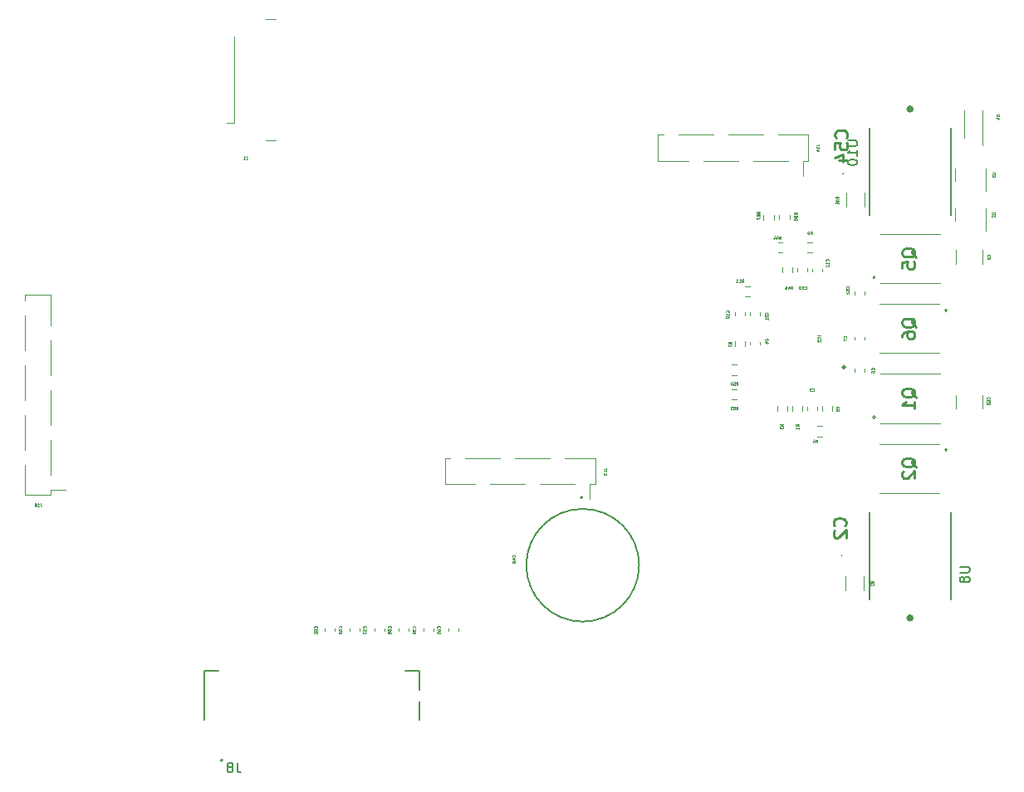
<source format=gbr>
G04 #@! TF.GenerationSoftware,KiCad,Pcbnew,(7.0.0-0)*
G04 #@! TF.CreationDate,2023-03-30T17:03:57+03:00*
G04 #@! TF.ProjectId,RP2040_minimal,52503230-3430-45f6-9d69-6e696d616c2e,REV1*
G04 #@! TF.SameCoordinates,Original*
G04 #@! TF.FileFunction,Legend,Bot*
G04 #@! TF.FilePolarity,Positive*
%FSLAX46Y46*%
G04 Gerber Fmt 4.6, Leading zero omitted, Abs format (unit mm)*
G04 Created by KiCad (PCBNEW (7.0.0-0)) date 2023-03-30 17:03:57*
%MOMM*%
%LPD*%
G01*
G04 APERTURE LIST*
%ADD10C,0.075000*%
%ADD11C,0.150000*%
%ADD12C,0.254000*%
%ADD13C,0.250000*%
%ADD14C,0.120000*%
%ADD15C,0.100000*%
%ADD16C,0.127000*%
%ADD17C,0.300000*%
%ADD18C,0.200000*%
G04 APERTURE END LIST*
D10*
X194210214Y-73227143D02*
X193910214Y-73227143D01*
X194181642Y-73541429D02*
X194195928Y-73527143D01*
X194195928Y-73527143D02*
X194210214Y-73484286D01*
X194210214Y-73484286D02*
X194210214Y-73455714D01*
X194210214Y-73455714D02*
X194195928Y-73412857D01*
X194195928Y-73412857D02*
X194167357Y-73384286D01*
X194167357Y-73384286D02*
X194138785Y-73370000D01*
X194138785Y-73370000D02*
X194081642Y-73355714D01*
X194081642Y-73355714D02*
X194038785Y-73355714D01*
X194038785Y-73355714D02*
X193981642Y-73370000D01*
X193981642Y-73370000D02*
X193953071Y-73384286D01*
X193953071Y-73384286D02*
X193924500Y-73412857D01*
X193924500Y-73412857D02*
X193910214Y-73455714D01*
X193910214Y-73455714D02*
X193910214Y-73484286D01*
X193910214Y-73484286D02*
X193924500Y-73527143D01*
X193924500Y-73527143D02*
X193938785Y-73541429D01*
X193938785Y-73655714D02*
X193924500Y-73670000D01*
X193924500Y-73670000D02*
X193910214Y-73698572D01*
X193910214Y-73698572D02*
X193910214Y-73770000D01*
X193910214Y-73770000D02*
X193924500Y-73798572D01*
X193924500Y-73798572D02*
X193938785Y-73812857D01*
X193938785Y-73812857D02*
X193967357Y-73827143D01*
X193967357Y-73827143D02*
X193995928Y-73827143D01*
X193995928Y-73827143D02*
X194038785Y-73812857D01*
X194038785Y-73812857D02*
X194210214Y-73641429D01*
X194210214Y-73641429D02*
X194210214Y-73827143D01*
X135679999Y-54930214D02*
X135679999Y-55144500D01*
X135679999Y-55144500D02*
X135694284Y-55187357D01*
X135694284Y-55187357D02*
X135722856Y-55215928D01*
X135722856Y-55215928D02*
X135765713Y-55230214D01*
X135765713Y-55230214D02*
X135794284Y-55230214D01*
X135379999Y-55230214D02*
X135551428Y-55230214D01*
X135465713Y-55230214D02*
X135465713Y-54930214D01*
X135465713Y-54930214D02*
X135494285Y-54973071D01*
X135494285Y-54973071D02*
X135522856Y-55001642D01*
X135522856Y-55001642D02*
X135551428Y-55015928D01*
X188811642Y-73710000D02*
X188825928Y-73695714D01*
X188825928Y-73695714D02*
X188840214Y-73652857D01*
X188840214Y-73652857D02*
X188840214Y-73624285D01*
X188840214Y-73624285D02*
X188825928Y-73581428D01*
X188825928Y-73581428D02*
X188797357Y-73552857D01*
X188797357Y-73552857D02*
X188768785Y-73538571D01*
X188768785Y-73538571D02*
X188711642Y-73524285D01*
X188711642Y-73524285D02*
X188668785Y-73524285D01*
X188668785Y-73524285D02*
X188611642Y-73538571D01*
X188611642Y-73538571D02*
X188583071Y-73552857D01*
X188583071Y-73552857D02*
X188554500Y-73581428D01*
X188554500Y-73581428D02*
X188540214Y-73624285D01*
X188540214Y-73624285D02*
X188540214Y-73652857D01*
X188540214Y-73652857D02*
X188554500Y-73695714D01*
X188554500Y-73695714D02*
X188568785Y-73710000D01*
X188640214Y-73967143D02*
X188840214Y-73967143D01*
X188525928Y-73895714D02*
X188740214Y-73824285D01*
X188740214Y-73824285D02*
X188740214Y-74010000D01*
X199661642Y-76695000D02*
X199675928Y-76680714D01*
X199675928Y-76680714D02*
X199690214Y-76637857D01*
X199690214Y-76637857D02*
X199690214Y-76609285D01*
X199690214Y-76609285D02*
X199675928Y-76566428D01*
X199675928Y-76566428D02*
X199647357Y-76537857D01*
X199647357Y-76537857D02*
X199618785Y-76523571D01*
X199618785Y-76523571D02*
X199561642Y-76509285D01*
X199561642Y-76509285D02*
X199518785Y-76509285D01*
X199518785Y-76509285D02*
X199461642Y-76523571D01*
X199461642Y-76523571D02*
X199433071Y-76537857D01*
X199433071Y-76537857D02*
X199404500Y-76566428D01*
X199404500Y-76566428D02*
X199390214Y-76609285D01*
X199390214Y-76609285D02*
X199390214Y-76637857D01*
X199390214Y-76637857D02*
X199404500Y-76680714D01*
X199404500Y-76680714D02*
X199418785Y-76695000D01*
X199390214Y-76966428D02*
X199390214Y-76823571D01*
X199390214Y-76823571D02*
X199533071Y-76809285D01*
X199533071Y-76809285D02*
X199518785Y-76823571D01*
X199518785Y-76823571D02*
X199504500Y-76852143D01*
X199504500Y-76852143D02*
X199504500Y-76923571D01*
X199504500Y-76923571D02*
X199518785Y-76952143D01*
X199518785Y-76952143D02*
X199533071Y-76966428D01*
X199533071Y-76966428D02*
X199561642Y-76980714D01*
X199561642Y-76980714D02*
X199633071Y-76980714D01*
X199633071Y-76980714D02*
X199661642Y-76966428D01*
X199661642Y-76966428D02*
X199675928Y-76952143D01*
X199675928Y-76952143D02*
X199690214Y-76923571D01*
X199690214Y-76923571D02*
X199690214Y-76852143D01*
X199690214Y-76852143D02*
X199675928Y-76823571D01*
X199675928Y-76823571D02*
X199661642Y-76809285D01*
X212420214Y-50688571D02*
X212120214Y-50688571D01*
X212120214Y-50688571D02*
X212120214Y-50760000D01*
X212120214Y-50760000D02*
X212134500Y-50802857D01*
X212134500Y-50802857D02*
X212163071Y-50831428D01*
X212163071Y-50831428D02*
X212191642Y-50845714D01*
X212191642Y-50845714D02*
X212248785Y-50860000D01*
X212248785Y-50860000D02*
X212291642Y-50860000D01*
X212291642Y-50860000D02*
X212348785Y-50845714D01*
X212348785Y-50845714D02*
X212377357Y-50831428D01*
X212377357Y-50831428D02*
X212405928Y-50802857D01*
X212405928Y-50802857D02*
X212420214Y-50760000D01*
X212420214Y-50760000D02*
X212420214Y-50688571D01*
X212220214Y-51117143D02*
X212420214Y-51117143D01*
X212105928Y-51045714D02*
X212320214Y-50974285D01*
X212320214Y-50974285D02*
X212320214Y-51160000D01*
X185140214Y-74020000D02*
X184997357Y-73920000D01*
X185140214Y-73848571D02*
X184840214Y-73848571D01*
X184840214Y-73848571D02*
X184840214Y-73962857D01*
X184840214Y-73962857D02*
X184854500Y-73991428D01*
X184854500Y-73991428D02*
X184868785Y-74005714D01*
X184868785Y-74005714D02*
X184897357Y-74020000D01*
X184897357Y-74020000D02*
X184940214Y-74020000D01*
X184940214Y-74020000D02*
X184968785Y-74005714D01*
X184968785Y-74005714D02*
X184983071Y-73991428D01*
X184983071Y-73991428D02*
X184997357Y-73962857D01*
X184997357Y-73962857D02*
X184997357Y-73848571D01*
X184840214Y-74120000D02*
X184840214Y-74320000D01*
X184840214Y-74320000D02*
X185140214Y-74191428D01*
X193369999Y-78851642D02*
X193384285Y-78865928D01*
X193384285Y-78865928D02*
X193427142Y-78880214D01*
X193427142Y-78880214D02*
X193455714Y-78880214D01*
X193455714Y-78880214D02*
X193498571Y-78865928D01*
X193498571Y-78865928D02*
X193527142Y-78837357D01*
X193527142Y-78837357D02*
X193541428Y-78808785D01*
X193541428Y-78808785D02*
X193555714Y-78751642D01*
X193555714Y-78751642D02*
X193555714Y-78708785D01*
X193555714Y-78708785D02*
X193541428Y-78651642D01*
X193541428Y-78651642D02*
X193527142Y-78623071D01*
X193527142Y-78623071D02*
X193498571Y-78594500D01*
X193498571Y-78594500D02*
X193455714Y-78580214D01*
X193455714Y-78580214D02*
X193427142Y-78580214D01*
X193427142Y-78580214D02*
X193384285Y-78594500D01*
X193384285Y-78594500D02*
X193369999Y-78608785D01*
X193269999Y-78580214D02*
X193084285Y-78580214D01*
X193084285Y-78580214D02*
X193184285Y-78694500D01*
X193184285Y-78694500D02*
X193141428Y-78694500D01*
X193141428Y-78694500D02*
X193112857Y-78708785D01*
X193112857Y-78708785D02*
X193098571Y-78723071D01*
X193098571Y-78723071D02*
X193084285Y-78751642D01*
X193084285Y-78751642D02*
X193084285Y-78823071D01*
X193084285Y-78823071D02*
X193098571Y-78851642D01*
X193098571Y-78851642D02*
X193112857Y-78865928D01*
X193112857Y-78865928D02*
X193141428Y-78880214D01*
X193141428Y-78880214D02*
X193227142Y-78880214D01*
X193227142Y-78880214D02*
X193255714Y-78865928D01*
X193255714Y-78865928D02*
X193269999Y-78851642D01*
D11*
X208421825Y-96795122D02*
X209232770Y-96795122D01*
X209232770Y-96795122D02*
X209328176Y-96842825D01*
X209328176Y-96842825D02*
X209375878Y-96890527D01*
X209375878Y-96890527D02*
X209423581Y-96985933D01*
X209423581Y-96985933D02*
X209423581Y-97176743D01*
X209423581Y-97176743D02*
X209375878Y-97272149D01*
X209375878Y-97272149D02*
X209328176Y-97319851D01*
X209328176Y-97319851D02*
X209232770Y-97367554D01*
X209232770Y-97367554D02*
X208421825Y-97367554D01*
X208851149Y-97987689D02*
X208803446Y-97892284D01*
X208803446Y-97892284D02*
X208755744Y-97844581D01*
X208755744Y-97844581D02*
X208660338Y-97796878D01*
X208660338Y-97796878D02*
X208612636Y-97796878D01*
X208612636Y-97796878D02*
X208517230Y-97844581D01*
X208517230Y-97844581D02*
X208469528Y-97892284D01*
X208469528Y-97892284D02*
X208421825Y-97987689D01*
X208421825Y-97987689D02*
X208421825Y-98178500D01*
X208421825Y-98178500D02*
X208469528Y-98273905D01*
X208469528Y-98273905D02*
X208517230Y-98321608D01*
X208517230Y-98321608D02*
X208612636Y-98369310D01*
X208612636Y-98369310D02*
X208660338Y-98369310D01*
X208660338Y-98369310D02*
X208755744Y-98321608D01*
X208755744Y-98321608D02*
X208803446Y-98273905D01*
X208803446Y-98273905D02*
X208851149Y-98178500D01*
X208851149Y-98178500D02*
X208851149Y-97987689D01*
X208851149Y-97987689D02*
X208898852Y-97892284D01*
X208898852Y-97892284D02*
X208946554Y-97844581D01*
X208946554Y-97844581D02*
X209041960Y-97796878D01*
X209041960Y-97796878D02*
X209232770Y-97796878D01*
X209232770Y-97796878D02*
X209328176Y-97844581D01*
X209328176Y-97844581D02*
X209375878Y-97892284D01*
X209375878Y-97892284D02*
X209423581Y-97987689D01*
X209423581Y-97987689D02*
X209423581Y-98178500D01*
X209423581Y-98178500D02*
X209375878Y-98273905D01*
X209375878Y-98273905D02*
X209328176Y-98321608D01*
X209328176Y-98321608D02*
X209232770Y-98369310D01*
X209232770Y-98369310D02*
X209041960Y-98369310D01*
X209041960Y-98369310D02*
X208946554Y-98321608D01*
X208946554Y-98321608D02*
X208898852Y-98273905D01*
X208898852Y-98273905D02*
X208851149Y-98178500D01*
D10*
X147871642Y-103032143D02*
X147885928Y-103017857D01*
X147885928Y-103017857D02*
X147900214Y-102975000D01*
X147900214Y-102975000D02*
X147900214Y-102946428D01*
X147900214Y-102946428D02*
X147885928Y-102903571D01*
X147885928Y-102903571D02*
X147857357Y-102875000D01*
X147857357Y-102875000D02*
X147828785Y-102860714D01*
X147828785Y-102860714D02*
X147771642Y-102846428D01*
X147771642Y-102846428D02*
X147728785Y-102846428D01*
X147728785Y-102846428D02*
X147671642Y-102860714D01*
X147671642Y-102860714D02*
X147643071Y-102875000D01*
X147643071Y-102875000D02*
X147614500Y-102903571D01*
X147614500Y-102903571D02*
X147600214Y-102946428D01*
X147600214Y-102946428D02*
X147600214Y-102975000D01*
X147600214Y-102975000D02*
X147614500Y-103017857D01*
X147614500Y-103017857D02*
X147628785Y-103032143D01*
X147600214Y-103303571D02*
X147600214Y-103160714D01*
X147600214Y-103160714D02*
X147743071Y-103146428D01*
X147743071Y-103146428D02*
X147728785Y-103160714D01*
X147728785Y-103160714D02*
X147714500Y-103189286D01*
X147714500Y-103189286D02*
X147714500Y-103260714D01*
X147714500Y-103260714D02*
X147728785Y-103289286D01*
X147728785Y-103289286D02*
X147743071Y-103303571D01*
X147743071Y-103303571D02*
X147771642Y-103317857D01*
X147771642Y-103317857D02*
X147843071Y-103317857D01*
X147843071Y-103317857D02*
X147871642Y-103303571D01*
X147871642Y-103303571D02*
X147885928Y-103289286D01*
X147885928Y-103289286D02*
X147900214Y-103260714D01*
X147900214Y-103260714D02*
X147900214Y-103189286D01*
X147900214Y-103189286D02*
X147885928Y-103160714D01*
X147885928Y-103160714D02*
X147871642Y-103146428D01*
X147600214Y-103417857D02*
X147600214Y-103617857D01*
X147600214Y-103617857D02*
X147900214Y-103489285D01*
D11*
X196971715Y-53308866D02*
X197782660Y-53308866D01*
X197782660Y-53308866D02*
X197878066Y-53356569D01*
X197878066Y-53356569D02*
X197925768Y-53404271D01*
X197925768Y-53404271D02*
X197973471Y-53499677D01*
X197973471Y-53499677D02*
X197973471Y-53690487D01*
X197973471Y-53690487D02*
X197925768Y-53785893D01*
X197925768Y-53785893D02*
X197878066Y-53833595D01*
X197878066Y-53833595D02*
X197782660Y-53881298D01*
X197782660Y-53881298D02*
X196971715Y-53881298D01*
X197973471Y-54883054D02*
X197973471Y-54310622D01*
X197973471Y-54596838D02*
X196971715Y-54596838D01*
X196971715Y-54596838D02*
X197114823Y-54501433D01*
X197114823Y-54501433D02*
X197210228Y-54406028D01*
X197210228Y-54406028D02*
X197257931Y-54310622D01*
X196971715Y-55503189D02*
X196971715Y-55598594D01*
X196971715Y-55598594D02*
X197019418Y-55693999D01*
X197019418Y-55693999D02*
X197067120Y-55741702D01*
X197067120Y-55741702D02*
X197162526Y-55789405D01*
X197162526Y-55789405D02*
X197353336Y-55837107D01*
X197353336Y-55837107D02*
X197591850Y-55837107D01*
X197591850Y-55837107D02*
X197782660Y-55789405D01*
X197782660Y-55789405D02*
X197878066Y-55741702D01*
X197878066Y-55741702D02*
X197925768Y-55693999D01*
X197925768Y-55693999D02*
X197973471Y-55598594D01*
X197973471Y-55598594D02*
X197973471Y-55503189D01*
X197973471Y-55503189D02*
X197925768Y-55407783D01*
X197925768Y-55407783D02*
X197878066Y-55360081D01*
X197878066Y-55360081D02*
X197782660Y-55312378D01*
X197782660Y-55312378D02*
X197591850Y-55264675D01*
X197591850Y-55264675D02*
X197353336Y-55264675D01*
X197353336Y-55264675D02*
X197162526Y-55312378D01*
X197162526Y-55312378D02*
X197067120Y-55360081D01*
X197067120Y-55360081D02*
X197019418Y-55407783D01*
X197019418Y-55407783D02*
X196971715Y-55503189D01*
D10*
X196050214Y-59189643D02*
X195907357Y-59089643D01*
X196050214Y-59018214D02*
X195750214Y-59018214D01*
X195750214Y-59018214D02*
X195750214Y-59132500D01*
X195750214Y-59132500D02*
X195764500Y-59161071D01*
X195764500Y-59161071D02*
X195778785Y-59175357D01*
X195778785Y-59175357D02*
X195807357Y-59189643D01*
X195807357Y-59189643D02*
X195850214Y-59189643D01*
X195850214Y-59189643D02*
X195878785Y-59175357D01*
X195878785Y-59175357D02*
X195893071Y-59161071D01*
X195893071Y-59161071D02*
X195907357Y-59132500D01*
X195907357Y-59132500D02*
X195907357Y-59018214D01*
X195850214Y-59446786D02*
X196050214Y-59446786D01*
X195735928Y-59375357D02*
X195950214Y-59303928D01*
X195950214Y-59303928D02*
X195950214Y-59489643D01*
X195750214Y-59746785D02*
X195750214Y-59603928D01*
X195750214Y-59603928D02*
X195893071Y-59589642D01*
X195893071Y-59589642D02*
X195878785Y-59603928D01*
X195878785Y-59603928D02*
X195864500Y-59632500D01*
X195864500Y-59632500D02*
X195864500Y-59703928D01*
X195864500Y-59703928D02*
X195878785Y-59732500D01*
X195878785Y-59732500D02*
X195893071Y-59746785D01*
X195893071Y-59746785D02*
X195921642Y-59761071D01*
X195921642Y-59761071D02*
X195993071Y-59761071D01*
X195993071Y-59761071D02*
X196021642Y-59746785D01*
X196021642Y-59746785D02*
X196035928Y-59732500D01*
X196035928Y-59732500D02*
X196050214Y-59703928D01*
X196050214Y-59703928D02*
X196050214Y-59632500D01*
X196050214Y-59632500D02*
X196035928Y-59603928D01*
X196035928Y-59603928D02*
X196021642Y-59589642D01*
X211431642Y-79677143D02*
X211445928Y-79662857D01*
X211445928Y-79662857D02*
X211460214Y-79620000D01*
X211460214Y-79620000D02*
X211460214Y-79591428D01*
X211460214Y-79591428D02*
X211445928Y-79548571D01*
X211445928Y-79548571D02*
X211417357Y-79520000D01*
X211417357Y-79520000D02*
X211388785Y-79505714D01*
X211388785Y-79505714D02*
X211331642Y-79491428D01*
X211331642Y-79491428D02*
X211288785Y-79491428D01*
X211288785Y-79491428D02*
X211231642Y-79505714D01*
X211231642Y-79505714D02*
X211203071Y-79520000D01*
X211203071Y-79520000D02*
X211174500Y-79548571D01*
X211174500Y-79548571D02*
X211160214Y-79591428D01*
X211160214Y-79591428D02*
X211160214Y-79620000D01*
X211160214Y-79620000D02*
X211174500Y-79662857D01*
X211174500Y-79662857D02*
X211188785Y-79677143D01*
X211160214Y-79948571D02*
X211160214Y-79805714D01*
X211160214Y-79805714D02*
X211303071Y-79791428D01*
X211303071Y-79791428D02*
X211288785Y-79805714D01*
X211288785Y-79805714D02*
X211274500Y-79834286D01*
X211274500Y-79834286D02*
X211274500Y-79905714D01*
X211274500Y-79905714D02*
X211288785Y-79934286D01*
X211288785Y-79934286D02*
X211303071Y-79948571D01*
X211303071Y-79948571D02*
X211331642Y-79962857D01*
X211331642Y-79962857D02*
X211403071Y-79962857D01*
X211403071Y-79962857D02*
X211431642Y-79948571D01*
X211431642Y-79948571D02*
X211445928Y-79934286D01*
X211445928Y-79934286D02*
X211460214Y-79905714D01*
X211460214Y-79905714D02*
X211460214Y-79834286D01*
X211460214Y-79834286D02*
X211445928Y-79805714D01*
X211445928Y-79805714D02*
X211431642Y-79791428D01*
X211160214Y-80062857D02*
X211160214Y-80248571D01*
X211160214Y-80248571D02*
X211274500Y-80148571D01*
X211274500Y-80148571D02*
X211274500Y-80191428D01*
X211274500Y-80191428D02*
X211288785Y-80220000D01*
X211288785Y-80220000D02*
X211303071Y-80234285D01*
X211303071Y-80234285D02*
X211331642Y-80248571D01*
X211331642Y-80248571D02*
X211403071Y-80248571D01*
X211403071Y-80248571D02*
X211431642Y-80234285D01*
X211431642Y-80234285D02*
X211445928Y-80220000D01*
X211445928Y-80220000D02*
X211460214Y-80191428D01*
X211460214Y-80191428D02*
X211460214Y-80105714D01*
X211460214Y-80105714D02*
X211445928Y-80077142D01*
X211445928Y-80077142D02*
X211431642Y-80062857D01*
X196831642Y-73430000D02*
X196845928Y-73415714D01*
X196845928Y-73415714D02*
X196860214Y-73372857D01*
X196860214Y-73372857D02*
X196860214Y-73344285D01*
X196860214Y-73344285D02*
X196845928Y-73301428D01*
X196845928Y-73301428D02*
X196817357Y-73272857D01*
X196817357Y-73272857D02*
X196788785Y-73258571D01*
X196788785Y-73258571D02*
X196731642Y-73244285D01*
X196731642Y-73244285D02*
X196688785Y-73244285D01*
X196688785Y-73244285D02*
X196631642Y-73258571D01*
X196631642Y-73258571D02*
X196603071Y-73272857D01*
X196603071Y-73272857D02*
X196574500Y-73301428D01*
X196574500Y-73301428D02*
X196560214Y-73344285D01*
X196560214Y-73344285D02*
X196560214Y-73372857D01*
X196560214Y-73372857D02*
X196574500Y-73415714D01*
X196574500Y-73415714D02*
X196588785Y-73430000D01*
X196560214Y-73530000D02*
X196560214Y-73730000D01*
X196560214Y-73730000D02*
X196860214Y-73601428D01*
X184831642Y-70847143D02*
X184845928Y-70832857D01*
X184845928Y-70832857D02*
X184860214Y-70790000D01*
X184860214Y-70790000D02*
X184860214Y-70761428D01*
X184860214Y-70761428D02*
X184845928Y-70718571D01*
X184845928Y-70718571D02*
X184817357Y-70690000D01*
X184817357Y-70690000D02*
X184788785Y-70675714D01*
X184788785Y-70675714D02*
X184731642Y-70661428D01*
X184731642Y-70661428D02*
X184688785Y-70661428D01*
X184688785Y-70661428D02*
X184631642Y-70675714D01*
X184631642Y-70675714D02*
X184603071Y-70690000D01*
X184603071Y-70690000D02*
X184574500Y-70718571D01*
X184574500Y-70718571D02*
X184560214Y-70761428D01*
X184560214Y-70761428D02*
X184560214Y-70790000D01*
X184560214Y-70790000D02*
X184574500Y-70832857D01*
X184574500Y-70832857D02*
X184588785Y-70847143D01*
X184860214Y-71132857D02*
X184860214Y-70961428D01*
X184860214Y-71047143D02*
X184560214Y-71047143D01*
X184560214Y-71047143D02*
X184603071Y-71018571D01*
X184603071Y-71018571D02*
X184631642Y-70990000D01*
X184631642Y-70990000D02*
X184645928Y-70961428D01*
X184560214Y-71318571D02*
X184560214Y-71347142D01*
X184560214Y-71347142D02*
X184574500Y-71375714D01*
X184574500Y-71375714D02*
X184588785Y-71390000D01*
X184588785Y-71390000D02*
X184617357Y-71404285D01*
X184617357Y-71404285D02*
X184674500Y-71418571D01*
X184674500Y-71418571D02*
X184745928Y-71418571D01*
X184745928Y-71418571D02*
X184803071Y-71404285D01*
X184803071Y-71404285D02*
X184831642Y-71390000D01*
X184831642Y-71390000D02*
X184845928Y-71375714D01*
X184845928Y-71375714D02*
X184860214Y-71347142D01*
X184860214Y-71347142D02*
X184860214Y-71318571D01*
X184860214Y-71318571D02*
X184845928Y-71290000D01*
X184845928Y-71290000D02*
X184831642Y-71275714D01*
X184831642Y-71275714D02*
X184803071Y-71261428D01*
X184803071Y-71261428D02*
X184745928Y-71247142D01*
X184745928Y-71247142D02*
X184674500Y-71247142D01*
X184674500Y-71247142D02*
X184617357Y-71261428D01*
X184617357Y-71261428D02*
X184588785Y-71275714D01*
X184588785Y-71275714D02*
X184574500Y-71290000D01*
X184574500Y-71290000D02*
X184560214Y-71318571D01*
D12*
X203917526Y-86624047D02*
X203857050Y-86503095D01*
X203857050Y-86503095D02*
X203736097Y-86382142D01*
X203736097Y-86382142D02*
X203554669Y-86200714D01*
X203554669Y-86200714D02*
X203494192Y-86079761D01*
X203494192Y-86079761D02*
X203494192Y-85958809D01*
X203796573Y-86019285D02*
X203736097Y-85898333D01*
X203736097Y-85898333D02*
X203615145Y-85777380D01*
X203615145Y-85777380D02*
X203373240Y-85716904D01*
X203373240Y-85716904D02*
X202949907Y-85716904D01*
X202949907Y-85716904D02*
X202708002Y-85777380D01*
X202708002Y-85777380D02*
X202587050Y-85898333D01*
X202587050Y-85898333D02*
X202526573Y-86019285D01*
X202526573Y-86019285D02*
X202526573Y-86261190D01*
X202526573Y-86261190D02*
X202587050Y-86382142D01*
X202587050Y-86382142D02*
X202708002Y-86503095D01*
X202708002Y-86503095D02*
X202949907Y-86563571D01*
X202949907Y-86563571D02*
X203373240Y-86563571D01*
X203373240Y-86563571D02*
X203615145Y-86503095D01*
X203615145Y-86503095D02*
X203736097Y-86382142D01*
X203736097Y-86382142D02*
X203796573Y-86261190D01*
X203796573Y-86261190D02*
X203796573Y-86019285D01*
X202647526Y-87047380D02*
X202587050Y-87107856D01*
X202587050Y-87107856D02*
X202526573Y-87228809D01*
X202526573Y-87228809D02*
X202526573Y-87531190D01*
X202526573Y-87531190D02*
X202587050Y-87652142D01*
X202587050Y-87652142D02*
X202647526Y-87712618D01*
X202647526Y-87712618D02*
X202768478Y-87773095D01*
X202768478Y-87773095D02*
X202889430Y-87773095D01*
X202889430Y-87773095D02*
X203070859Y-87712618D01*
X203070859Y-87712618D02*
X203796573Y-86986904D01*
X203796573Y-86986904D02*
X203796573Y-87773095D01*
D10*
X193179999Y-62900214D02*
X193279999Y-62757357D01*
X193351428Y-62900214D02*
X193351428Y-62600214D01*
X193351428Y-62600214D02*
X193237142Y-62600214D01*
X193237142Y-62600214D02*
X193208571Y-62614500D01*
X193208571Y-62614500D02*
X193194285Y-62628785D01*
X193194285Y-62628785D02*
X193179999Y-62657357D01*
X193179999Y-62657357D02*
X193179999Y-62700214D01*
X193179999Y-62700214D02*
X193194285Y-62728785D01*
X193194285Y-62728785D02*
X193208571Y-62743071D01*
X193208571Y-62743071D02*
X193237142Y-62757357D01*
X193237142Y-62757357D02*
X193351428Y-62757357D01*
X193037142Y-62900214D02*
X192979999Y-62900214D01*
X192979999Y-62900214D02*
X192951428Y-62885928D01*
X192951428Y-62885928D02*
X192937142Y-62871642D01*
X192937142Y-62871642D02*
X192908571Y-62828785D01*
X192908571Y-62828785D02*
X192894285Y-62771642D01*
X192894285Y-62771642D02*
X192894285Y-62657357D01*
X192894285Y-62657357D02*
X192908571Y-62628785D01*
X192908571Y-62628785D02*
X192922857Y-62614500D01*
X192922857Y-62614500D02*
X192951428Y-62600214D01*
X192951428Y-62600214D02*
X193008571Y-62600214D01*
X193008571Y-62600214D02*
X193037142Y-62614500D01*
X193037142Y-62614500D02*
X193051428Y-62628785D01*
X193051428Y-62628785D02*
X193065714Y-62657357D01*
X193065714Y-62657357D02*
X193065714Y-62728785D01*
X193065714Y-62728785D02*
X193051428Y-62757357D01*
X193051428Y-62757357D02*
X193037142Y-62771642D01*
X193037142Y-62771642D02*
X193008571Y-62785928D01*
X193008571Y-62785928D02*
X192951428Y-62785928D01*
X192951428Y-62785928D02*
X192922857Y-62771642D01*
X192922857Y-62771642D02*
X192908571Y-62757357D01*
X192908571Y-62757357D02*
X192894285Y-62728785D01*
X191810214Y-60867143D02*
X191667357Y-60767143D01*
X191810214Y-60695714D02*
X191510214Y-60695714D01*
X191510214Y-60695714D02*
X191510214Y-60810000D01*
X191510214Y-60810000D02*
X191524500Y-60838571D01*
X191524500Y-60838571D02*
X191538785Y-60852857D01*
X191538785Y-60852857D02*
X191567357Y-60867143D01*
X191567357Y-60867143D02*
X191610214Y-60867143D01*
X191610214Y-60867143D02*
X191638785Y-60852857D01*
X191638785Y-60852857D02*
X191653071Y-60838571D01*
X191653071Y-60838571D02*
X191667357Y-60810000D01*
X191667357Y-60810000D02*
X191667357Y-60695714D01*
X191510214Y-61138571D02*
X191510214Y-60995714D01*
X191510214Y-60995714D02*
X191653071Y-60981428D01*
X191653071Y-60981428D02*
X191638785Y-60995714D01*
X191638785Y-60995714D02*
X191624500Y-61024286D01*
X191624500Y-61024286D02*
X191624500Y-61095714D01*
X191624500Y-61095714D02*
X191638785Y-61124286D01*
X191638785Y-61124286D02*
X191653071Y-61138571D01*
X191653071Y-61138571D02*
X191681642Y-61152857D01*
X191681642Y-61152857D02*
X191753071Y-61152857D01*
X191753071Y-61152857D02*
X191781642Y-61138571D01*
X191781642Y-61138571D02*
X191795928Y-61124286D01*
X191795928Y-61124286D02*
X191810214Y-61095714D01*
X191810214Y-61095714D02*
X191810214Y-61024286D01*
X191810214Y-61024286D02*
X191795928Y-60995714D01*
X191795928Y-60995714D02*
X191781642Y-60981428D01*
X191510214Y-61410000D02*
X191510214Y-61352857D01*
X191510214Y-61352857D02*
X191524500Y-61324285D01*
X191524500Y-61324285D02*
X191538785Y-61310000D01*
X191538785Y-61310000D02*
X191581642Y-61281428D01*
X191581642Y-61281428D02*
X191638785Y-61267142D01*
X191638785Y-61267142D02*
X191753071Y-61267142D01*
X191753071Y-61267142D02*
X191781642Y-61281428D01*
X191781642Y-61281428D02*
X191795928Y-61295714D01*
X191795928Y-61295714D02*
X191810214Y-61324285D01*
X191810214Y-61324285D02*
X191810214Y-61381428D01*
X191810214Y-61381428D02*
X191795928Y-61410000D01*
X191795928Y-61410000D02*
X191781642Y-61424285D01*
X191781642Y-61424285D02*
X191753071Y-61438571D01*
X191753071Y-61438571D02*
X191681642Y-61438571D01*
X191681642Y-61438571D02*
X191653071Y-61424285D01*
X191653071Y-61424285D02*
X191638785Y-61410000D01*
X191638785Y-61410000D02*
X191624500Y-61381428D01*
X191624500Y-61381428D02*
X191624500Y-61324285D01*
X191624500Y-61324285D02*
X191638785Y-61295714D01*
X191638785Y-61295714D02*
X191653071Y-61281428D01*
X191653071Y-61281428D02*
X191681642Y-61267142D01*
X191172856Y-68490214D02*
X191272856Y-68347357D01*
X191344285Y-68490214D02*
X191344285Y-68190214D01*
X191344285Y-68190214D02*
X191229999Y-68190214D01*
X191229999Y-68190214D02*
X191201428Y-68204500D01*
X191201428Y-68204500D02*
X191187142Y-68218785D01*
X191187142Y-68218785D02*
X191172856Y-68247357D01*
X191172856Y-68247357D02*
X191172856Y-68290214D01*
X191172856Y-68290214D02*
X191187142Y-68318785D01*
X191187142Y-68318785D02*
X191201428Y-68333071D01*
X191201428Y-68333071D02*
X191229999Y-68347357D01*
X191229999Y-68347357D02*
X191344285Y-68347357D01*
X190915714Y-68290214D02*
X190915714Y-68490214D01*
X190987142Y-68175928D02*
X191058571Y-68390214D01*
X191058571Y-68390214D02*
X190872856Y-68390214D01*
X190630000Y-68190214D02*
X190687142Y-68190214D01*
X190687142Y-68190214D02*
X190715714Y-68204500D01*
X190715714Y-68204500D02*
X190730000Y-68218785D01*
X190730000Y-68218785D02*
X190758571Y-68261642D01*
X190758571Y-68261642D02*
X190772857Y-68318785D01*
X190772857Y-68318785D02*
X190772857Y-68433071D01*
X190772857Y-68433071D02*
X190758571Y-68461642D01*
X190758571Y-68461642D02*
X190744285Y-68475928D01*
X190744285Y-68475928D02*
X190715714Y-68490214D01*
X190715714Y-68490214D02*
X190658571Y-68490214D01*
X190658571Y-68490214D02*
X190630000Y-68475928D01*
X190630000Y-68475928D02*
X190615714Y-68461642D01*
X190615714Y-68461642D02*
X190601428Y-68433071D01*
X190601428Y-68433071D02*
X190601428Y-68361642D01*
X190601428Y-68361642D02*
X190615714Y-68333071D01*
X190615714Y-68333071D02*
X190630000Y-68318785D01*
X190630000Y-68318785D02*
X190658571Y-68304500D01*
X190658571Y-68304500D02*
X190715714Y-68304500D01*
X190715714Y-68304500D02*
X190744285Y-68318785D01*
X190744285Y-68318785D02*
X190758571Y-68333071D01*
X190758571Y-68333071D02*
X190772857Y-68361642D01*
X163061392Y-95802143D02*
X163075678Y-95787857D01*
X163075678Y-95787857D02*
X163089964Y-95745000D01*
X163089964Y-95745000D02*
X163089964Y-95716428D01*
X163089964Y-95716428D02*
X163075678Y-95673571D01*
X163075678Y-95673571D02*
X163047107Y-95645000D01*
X163047107Y-95645000D02*
X163018535Y-95630714D01*
X163018535Y-95630714D02*
X162961392Y-95616428D01*
X162961392Y-95616428D02*
X162918535Y-95616428D01*
X162918535Y-95616428D02*
X162861392Y-95630714D01*
X162861392Y-95630714D02*
X162832821Y-95645000D01*
X162832821Y-95645000D02*
X162804250Y-95673571D01*
X162804250Y-95673571D02*
X162789964Y-95716428D01*
X162789964Y-95716428D02*
X162789964Y-95745000D01*
X162789964Y-95745000D02*
X162804250Y-95787857D01*
X162804250Y-95787857D02*
X162818535Y-95802143D01*
X162889964Y-96059286D02*
X163089964Y-96059286D01*
X162775678Y-95987857D02*
X162989964Y-95916428D01*
X162989964Y-95916428D02*
X162989964Y-96102143D01*
X163089964Y-96230714D02*
X163089964Y-96287857D01*
X163089964Y-96287857D02*
X163075678Y-96316428D01*
X163075678Y-96316428D02*
X163061392Y-96330714D01*
X163061392Y-96330714D02*
X163018535Y-96359285D01*
X163018535Y-96359285D02*
X162961392Y-96373571D01*
X162961392Y-96373571D02*
X162847107Y-96373571D01*
X162847107Y-96373571D02*
X162818535Y-96359285D01*
X162818535Y-96359285D02*
X162804250Y-96345000D01*
X162804250Y-96345000D02*
X162789964Y-96316428D01*
X162789964Y-96316428D02*
X162789964Y-96259285D01*
X162789964Y-96259285D02*
X162804250Y-96230714D01*
X162804250Y-96230714D02*
X162818535Y-96216428D01*
X162818535Y-96216428D02*
X162847107Y-96202142D01*
X162847107Y-96202142D02*
X162918535Y-96202142D01*
X162918535Y-96202142D02*
X162947107Y-96216428D01*
X162947107Y-96216428D02*
X162961392Y-96230714D01*
X162961392Y-96230714D02*
X162975678Y-96259285D01*
X162975678Y-96259285D02*
X162975678Y-96316428D01*
X162975678Y-96316428D02*
X162961392Y-96345000D01*
X162961392Y-96345000D02*
X162947107Y-96359285D01*
X162947107Y-96359285D02*
X162918535Y-96373571D01*
X185612856Y-80760214D02*
X185712856Y-80617357D01*
X185784285Y-80760214D02*
X185784285Y-80460214D01*
X185784285Y-80460214D02*
X185669999Y-80460214D01*
X185669999Y-80460214D02*
X185641428Y-80474500D01*
X185641428Y-80474500D02*
X185627142Y-80488785D01*
X185627142Y-80488785D02*
X185612856Y-80517357D01*
X185612856Y-80517357D02*
X185612856Y-80560214D01*
X185612856Y-80560214D02*
X185627142Y-80588785D01*
X185627142Y-80588785D02*
X185641428Y-80603071D01*
X185641428Y-80603071D02*
X185669999Y-80617357D01*
X185669999Y-80617357D02*
X185784285Y-80617357D01*
X185341428Y-80460214D02*
X185484285Y-80460214D01*
X185484285Y-80460214D02*
X185498571Y-80603071D01*
X185498571Y-80603071D02*
X185484285Y-80588785D01*
X185484285Y-80588785D02*
X185455714Y-80574500D01*
X185455714Y-80574500D02*
X185384285Y-80574500D01*
X185384285Y-80574500D02*
X185355714Y-80588785D01*
X185355714Y-80588785D02*
X185341428Y-80603071D01*
X185341428Y-80603071D02*
X185327142Y-80631642D01*
X185327142Y-80631642D02*
X185327142Y-80703071D01*
X185327142Y-80703071D02*
X185341428Y-80731642D01*
X185341428Y-80731642D02*
X185355714Y-80745928D01*
X185355714Y-80745928D02*
X185384285Y-80760214D01*
X185384285Y-80760214D02*
X185455714Y-80760214D01*
X185455714Y-80760214D02*
X185484285Y-80745928D01*
X185484285Y-80745928D02*
X185498571Y-80731642D01*
X185227142Y-80460214D02*
X185041428Y-80460214D01*
X185041428Y-80460214D02*
X185141428Y-80574500D01*
X185141428Y-80574500D02*
X185098571Y-80574500D01*
X185098571Y-80574500D02*
X185070000Y-80588785D01*
X185070000Y-80588785D02*
X185055714Y-80603071D01*
X185055714Y-80603071D02*
X185041428Y-80631642D01*
X185041428Y-80631642D02*
X185041428Y-80703071D01*
X185041428Y-80703071D02*
X185055714Y-80731642D01*
X185055714Y-80731642D02*
X185070000Y-80745928D01*
X185070000Y-80745928D02*
X185098571Y-80760214D01*
X185098571Y-80760214D02*
X185184285Y-80760214D01*
X185184285Y-80760214D02*
X185212857Y-80745928D01*
X185212857Y-80745928D02*
X185227142Y-80731642D01*
D12*
X203918526Y-79504047D02*
X203858050Y-79383095D01*
X203858050Y-79383095D02*
X203737097Y-79262142D01*
X203737097Y-79262142D02*
X203555669Y-79080714D01*
X203555669Y-79080714D02*
X203495192Y-78959761D01*
X203495192Y-78959761D02*
X203495192Y-78838809D01*
X203797573Y-78899285D02*
X203737097Y-78778333D01*
X203737097Y-78778333D02*
X203616145Y-78657380D01*
X203616145Y-78657380D02*
X203374240Y-78596904D01*
X203374240Y-78596904D02*
X202950907Y-78596904D01*
X202950907Y-78596904D02*
X202709002Y-78657380D01*
X202709002Y-78657380D02*
X202588050Y-78778333D01*
X202588050Y-78778333D02*
X202527573Y-78899285D01*
X202527573Y-78899285D02*
X202527573Y-79141190D01*
X202527573Y-79141190D02*
X202588050Y-79262142D01*
X202588050Y-79262142D02*
X202709002Y-79383095D01*
X202709002Y-79383095D02*
X202950907Y-79443571D01*
X202950907Y-79443571D02*
X203374240Y-79443571D01*
X203374240Y-79443571D02*
X203616145Y-79383095D01*
X203616145Y-79383095D02*
X203737097Y-79262142D01*
X203737097Y-79262142D02*
X203797573Y-79141190D01*
X203797573Y-79141190D02*
X203797573Y-78899285D01*
X203797573Y-80653095D02*
X203797573Y-79927380D01*
X203797573Y-80290237D02*
X202527573Y-80290237D01*
X202527573Y-80290237D02*
X202709002Y-80169285D01*
X202709002Y-80169285D02*
X202829954Y-80048333D01*
X202829954Y-80048333D02*
X202890430Y-79927380D01*
D10*
X211690214Y-60631428D02*
X211933071Y-60631428D01*
X211933071Y-60631428D02*
X211961642Y-60645714D01*
X211961642Y-60645714D02*
X211975928Y-60660000D01*
X211975928Y-60660000D02*
X211990214Y-60688571D01*
X211990214Y-60688571D02*
X211990214Y-60745714D01*
X211990214Y-60745714D02*
X211975928Y-60774285D01*
X211975928Y-60774285D02*
X211961642Y-60788571D01*
X211961642Y-60788571D02*
X211933071Y-60802857D01*
X211933071Y-60802857D02*
X211690214Y-60802857D01*
X211718785Y-60931428D02*
X211704500Y-60945714D01*
X211704500Y-60945714D02*
X211690214Y-60974286D01*
X211690214Y-60974286D02*
X211690214Y-61045714D01*
X211690214Y-61045714D02*
X211704500Y-61074286D01*
X211704500Y-61074286D02*
X211718785Y-61088571D01*
X211718785Y-61088571D02*
X211747357Y-61102857D01*
X211747357Y-61102857D02*
X211775928Y-61102857D01*
X211775928Y-61102857D02*
X211818785Y-61088571D01*
X211818785Y-61088571D02*
X211990214Y-60917143D01*
X211990214Y-60917143D02*
X211990214Y-61102857D01*
X190400214Y-82430000D02*
X190257357Y-82330000D01*
X190400214Y-82258571D02*
X190100214Y-82258571D01*
X190100214Y-82258571D02*
X190100214Y-82372857D01*
X190100214Y-82372857D02*
X190114500Y-82401428D01*
X190114500Y-82401428D02*
X190128785Y-82415714D01*
X190128785Y-82415714D02*
X190157357Y-82430000D01*
X190157357Y-82430000D02*
X190200214Y-82430000D01*
X190200214Y-82430000D02*
X190228785Y-82415714D01*
X190228785Y-82415714D02*
X190243071Y-82401428D01*
X190243071Y-82401428D02*
X190257357Y-82372857D01*
X190257357Y-82372857D02*
X190257357Y-82258571D01*
X190100214Y-82530000D02*
X190100214Y-82715714D01*
X190100214Y-82715714D02*
X190214500Y-82615714D01*
X190214500Y-82615714D02*
X190214500Y-82658571D01*
X190214500Y-82658571D02*
X190228785Y-82687143D01*
X190228785Y-82687143D02*
X190243071Y-82701428D01*
X190243071Y-82701428D02*
X190271642Y-82715714D01*
X190271642Y-82715714D02*
X190343071Y-82715714D01*
X190343071Y-82715714D02*
X190371642Y-82701428D01*
X190371642Y-82701428D02*
X190385928Y-82687143D01*
X190385928Y-82687143D02*
X190400214Y-82658571D01*
X190400214Y-82658571D02*
X190400214Y-82572857D01*
X190400214Y-82572857D02*
X190385928Y-82544285D01*
X190385928Y-82544285D02*
X190371642Y-82530000D01*
X190002856Y-63380214D02*
X190102856Y-63237357D01*
X190174285Y-63380214D02*
X190174285Y-63080214D01*
X190174285Y-63080214D02*
X190059999Y-63080214D01*
X190059999Y-63080214D02*
X190031428Y-63094500D01*
X190031428Y-63094500D02*
X190017142Y-63108785D01*
X190017142Y-63108785D02*
X190002856Y-63137357D01*
X190002856Y-63137357D02*
X190002856Y-63180214D01*
X190002856Y-63180214D02*
X190017142Y-63208785D01*
X190017142Y-63208785D02*
X190031428Y-63223071D01*
X190031428Y-63223071D02*
X190059999Y-63237357D01*
X190059999Y-63237357D02*
X190174285Y-63237357D01*
X189745714Y-63180214D02*
X189745714Y-63380214D01*
X189817142Y-63065928D02*
X189888571Y-63280214D01*
X189888571Y-63280214D02*
X189702856Y-63280214D01*
X189460000Y-63180214D02*
X189460000Y-63380214D01*
X189531428Y-63065928D02*
X189602857Y-63280214D01*
X189602857Y-63280214D02*
X189417142Y-63280214D01*
D11*
X134735159Y-116758854D02*
X134735159Y-117474006D01*
X134735159Y-117474006D02*
X134782835Y-117617036D01*
X134782835Y-117617036D02*
X134878189Y-117712390D01*
X134878189Y-117712390D02*
X135021219Y-117760067D01*
X135021219Y-117760067D02*
X135116573Y-117760067D01*
X134115360Y-117187945D02*
X134210714Y-117140268D01*
X134210714Y-117140268D02*
X134258390Y-117092591D01*
X134258390Y-117092591D02*
X134306067Y-116997238D01*
X134306067Y-116997238D02*
X134306067Y-116949561D01*
X134306067Y-116949561D02*
X134258390Y-116854207D01*
X134258390Y-116854207D02*
X134210714Y-116806531D01*
X134210714Y-116806531D02*
X134115360Y-116758854D01*
X134115360Y-116758854D02*
X133924653Y-116758854D01*
X133924653Y-116758854D02*
X133829299Y-116806531D01*
X133829299Y-116806531D02*
X133781622Y-116854207D01*
X133781622Y-116854207D02*
X133733946Y-116949561D01*
X133733946Y-116949561D02*
X133733946Y-116997238D01*
X133733946Y-116997238D02*
X133781622Y-117092591D01*
X133781622Y-117092591D02*
X133829299Y-117140268D01*
X133829299Y-117140268D02*
X133924653Y-117187945D01*
X133924653Y-117187945D02*
X134115360Y-117187945D01*
X134115360Y-117187945D02*
X134210714Y-117235622D01*
X134210714Y-117235622D02*
X134258390Y-117283299D01*
X134258390Y-117283299D02*
X134306067Y-117378652D01*
X134306067Y-117378652D02*
X134306067Y-117569359D01*
X134306067Y-117569359D02*
X134258390Y-117664713D01*
X134258390Y-117664713D02*
X134210714Y-117712390D01*
X134210714Y-117712390D02*
X134115360Y-117760067D01*
X134115360Y-117760067D02*
X133924653Y-117760067D01*
X133924653Y-117760067D02*
X133829299Y-117712390D01*
X133829299Y-117712390D02*
X133781622Y-117664713D01*
X133781622Y-117664713D02*
X133733946Y-117569359D01*
X133733946Y-117569359D02*
X133733946Y-117378652D01*
X133733946Y-117378652D02*
X133781622Y-117283299D01*
X133781622Y-117283299D02*
X133829299Y-117235622D01*
X133829299Y-117235622D02*
X133924653Y-117187945D01*
D12*
X196675621Y-92608333D02*
X196736097Y-92547857D01*
X196736097Y-92547857D02*
X196796573Y-92366428D01*
X196796573Y-92366428D02*
X196796573Y-92245476D01*
X196796573Y-92245476D02*
X196736097Y-92064047D01*
X196736097Y-92064047D02*
X196615145Y-91943095D01*
X196615145Y-91943095D02*
X196494192Y-91882618D01*
X196494192Y-91882618D02*
X196252288Y-91822142D01*
X196252288Y-91822142D02*
X196070859Y-91822142D01*
X196070859Y-91822142D02*
X195828954Y-91882618D01*
X195828954Y-91882618D02*
X195708002Y-91943095D01*
X195708002Y-91943095D02*
X195587050Y-92064047D01*
X195587050Y-92064047D02*
X195526573Y-92245476D01*
X195526573Y-92245476D02*
X195526573Y-92366428D01*
X195526573Y-92366428D02*
X195587050Y-92547857D01*
X195587050Y-92547857D02*
X195647526Y-92608333D01*
X195647526Y-93092142D02*
X195587050Y-93152618D01*
X195587050Y-93152618D02*
X195526573Y-93273571D01*
X195526573Y-93273571D02*
X195526573Y-93575952D01*
X195526573Y-93575952D02*
X195587050Y-93696904D01*
X195587050Y-93696904D02*
X195647526Y-93757380D01*
X195647526Y-93757380D02*
X195768478Y-93817857D01*
X195768478Y-93817857D02*
X195889430Y-93817857D01*
X195889430Y-93817857D02*
X196070859Y-93757380D01*
X196070859Y-93757380D02*
X196796573Y-93031666D01*
X196796573Y-93031666D02*
X196796573Y-93817857D01*
D10*
X192592856Y-68441642D02*
X192607142Y-68455928D01*
X192607142Y-68455928D02*
X192649999Y-68470214D01*
X192649999Y-68470214D02*
X192678571Y-68470214D01*
X192678571Y-68470214D02*
X192721428Y-68455928D01*
X192721428Y-68455928D02*
X192749999Y-68427357D01*
X192749999Y-68427357D02*
X192764285Y-68398785D01*
X192764285Y-68398785D02*
X192778571Y-68341642D01*
X192778571Y-68341642D02*
X192778571Y-68298785D01*
X192778571Y-68298785D02*
X192764285Y-68241642D01*
X192764285Y-68241642D02*
X192749999Y-68213071D01*
X192749999Y-68213071D02*
X192721428Y-68184500D01*
X192721428Y-68184500D02*
X192678571Y-68170214D01*
X192678571Y-68170214D02*
X192649999Y-68170214D01*
X192649999Y-68170214D02*
X192607142Y-68184500D01*
X192607142Y-68184500D02*
X192592856Y-68198785D01*
X192321428Y-68170214D02*
X192464285Y-68170214D01*
X192464285Y-68170214D02*
X192478571Y-68313071D01*
X192478571Y-68313071D02*
X192464285Y-68298785D01*
X192464285Y-68298785D02*
X192435714Y-68284500D01*
X192435714Y-68284500D02*
X192364285Y-68284500D01*
X192364285Y-68284500D02*
X192335714Y-68298785D01*
X192335714Y-68298785D02*
X192321428Y-68313071D01*
X192321428Y-68313071D02*
X192307142Y-68341642D01*
X192307142Y-68341642D02*
X192307142Y-68413071D01*
X192307142Y-68413071D02*
X192321428Y-68441642D01*
X192321428Y-68441642D02*
X192335714Y-68455928D01*
X192335714Y-68455928D02*
X192364285Y-68470214D01*
X192364285Y-68470214D02*
X192435714Y-68470214D01*
X192435714Y-68470214D02*
X192464285Y-68455928D01*
X192464285Y-68455928D02*
X192478571Y-68441642D01*
X192121428Y-68170214D02*
X192092857Y-68170214D01*
X192092857Y-68170214D02*
X192064285Y-68184500D01*
X192064285Y-68184500D02*
X192050000Y-68198785D01*
X192050000Y-68198785D02*
X192035714Y-68227357D01*
X192035714Y-68227357D02*
X192021428Y-68284500D01*
X192021428Y-68284500D02*
X192021428Y-68355928D01*
X192021428Y-68355928D02*
X192035714Y-68413071D01*
X192035714Y-68413071D02*
X192050000Y-68441642D01*
X192050000Y-68441642D02*
X192064285Y-68455928D01*
X192064285Y-68455928D02*
X192092857Y-68470214D01*
X192092857Y-68470214D02*
X192121428Y-68470214D01*
X192121428Y-68470214D02*
X192150000Y-68455928D01*
X192150000Y-68455928D02*
X192164285Y-68441642D01*
X192164285Y-68441642D02*
X192178571Y-68413071D01*
X192178571Y-68413071D02*
X192192857Y-68355928D01*
X192192857Y-68355928D02*
X192192857Y-68284500D01*
X192192857Y-68284500D02*
X192178571Y-68227357D01*
X192178571Y-68227357D02*
X192164285Y-68198785D01*
X192164285Y-68198785D02*
X192150000Y-68184500D01*
X192150000Y-68184500D02*
X192121428Y-68170214D01*
X211700214Y-56588928D02*
X211943071Y-56588928D01*
X211943071Y-56588928D02*
X211971642Y-56603214D01*
X211971642Y-56603214D02*
X211985928Y-56617500D01*
X211985928Y-56617500D02*
X212000214Y-56646071D01*
X212000214Y-56646071D02*
X212000214Y-56703214D01*
X212000214Y-56703214D02*
X211985928Y-56731785D01*
X211985928Y-56731785D02*
X211971642Y-56746071D01*
X211971642Y-56746071D02*
X211943071Y-56760357D01*
X211943071Y-56760357D02*
X211700214Y-56760357D01*
X211700214Y-56874643D02*
X211700214Y-57060357D01*
X211700214Y-57060357D02*
X211814500Y-56960357D01*
X211814500Y-56960357D02*
X211814500Y-57003214D01*
X211814500Y-57003214D02*
X211828785Y-57031786D01*
X211828785Y-57031786D02*
X211843071Y-57046071D01*
X211843071Y-57046071D02*
X211871642Y-57060357D01*
X211871642Y-57060357D02*
X211943071Y-57060357D01*
X211943071Y-57060357D02*
X211971642Y-57046071D01*
X211971642Y-57046071D02*
X211985928Y-57031786D01*
X211985928Y-57031786D02*
X212000214Y-57003214D01*
X212000214Y-57003214D02*
X212000214Y-56917500D01*
X212000214Y-56917500D02*
X211985928Y-56888928D01*
X211985928Y-56888928D02*
X211971642Y-56874643D01*
D12*
X203917526Y-72374047D02*
X203857050Y-72253095D01*
X203857050Y-72253095D02*
X203736097Y-72132142D01*
X203736097Y-72132142D02*
X203554669Y-71950714D01*
X203554669Y-71950714D02*
X203494192Y-71829761D01*
X203494192Y-71829761D02*
X203494192Y-71708809D01*
X203796573Y-71769285D02*
X203736097Y-71648333D01*
X203736097Y-71648333D02*
X203615145Y-71527380D01*
X203615145Y-71527380D02*
X203373240Y-71466904D01*
X203373240Y-71466904D02*
X202949907Y-71466904D01*
X202949907Y-71466904D02*
X202708002Y-71527380D01*
X202708002Y-71527380D02*
X202587050Y-71648333D01*
X202587050Y-71648333D02*
X202526573Y-71769285D01*
X202526573Y-71769285D02*
X202526573Y-72011190D01*
X202526573Y-72011190D02*
X202587050Y-72132142D01*
X202587050Y-72132142D02*
X202708002Y-72253095D01*
X202708002Y-72253095D02*
X202949907Y-72313571D01*
X202949907Y-72313571D02*
X203373240Y-72313571D01*
X203373240Y-72313571D02*
X203615145Y-72253095D01*
X203615145Y-72253095D02*
X203736097Y-72132142D01*
X203736097Y-72132142D02*
X203796573Y-72011190D01*
X203796573Y-72011190D02*
X203796573Y-71769285D01*
X202526573Y-73402142D02*
X202526573Y-73160237D01*
X202526573Y-73160237D02*
X202587050Y-73039285D01*
X202587050Y-73039285D02*
X202647526Y-72978809D01*
X202647526Y-72978809D02*
X202828954Y-72857856D01*
X202828954Y-72857856D02*
X203070859Y-72797380D01*
X203070859Y-72797380D02*
X203554669Y-72797380D01*
X203554669Y-72797380D02*
X203675621Y-72857856D01*
X203675621Y-72857856D02*
X203736097Y-72918333D01*
X203736097Y-72918333D02*
X203796573Y-73039285D01*
X203796573Y-73039285D02*
X203796573Y-73281190D01*
X203796573Y-73281190D02*
X203736097Y-73402142D01*
X203736097Y-73402142D02*
X203675621Y-73462618D01*
X203675621Y-73462618D02*
X203554669Y-73523095D01*
X203554669Y-73523095D02*
X203252288Y-73523095D01*
X203252288Y-73523095D02*
X203131335Y-73462618D01*
X203131335Y-73462618D02*
X203070859Y-73402142D01*
X203070859Y-73402142D02*
X203010383Y-73281190D01*
X203010383Y-73281190D02*
X203010383Y-73039285D01*
X203010383Y-73039285D02*
X203070859Y-72918333D01*
X203070859Y-72918333D02*
X203131335Y-72857856D01*
X203131335Y-72857856D02*
X203252288Y-72797380D01*
D10*
X196100214Y-80630000D02*
X195957357Y-80530000D01*
X196100214Y-80458571D02*
X195800214Y-80458571D01*
X195800214Y-80458571D02*
X195800214Y-80572857D01*
X195800214Y-80572857D02*
X195814500Y-80601428D01*
X195814500Y-80601428D02*
X195828785Y-80615714D01*
X195828785Y-80615714D02*
X195857357Y-80630000D01*
X195857357Y-80630000D02*
X195900214Y-80630000D01*
X195900214Y-80630000D02*
X195928785Y-80615714D01*
X195928785Y-80615714D02*
X195943071Y-80601428D01*
X195943071Y-80601428D02*
X195957357Y-80572857D01*
X195957357Y-80572857D02*
X195957357Y-80458571D01*
X195800214Y-80901428D02*
X195800214Y-80758571D01*
X195800214Y-80758571D02*
X195943071Y-80744285D01*
X195943071Y-80744285D02*
X195928785Y-80758571D01*
X195928785Y-80758571D02*
X195914500Y-80787143D01*
X195914500Y-80787143D02*
X195914500Y-80858571D01*
X195914500Y-80858571D02*
X195928785Y-80887143D01*
X195928785Y-80887143D02*
X195943071Y-80901428D01*
X195943071Y-80901428D02*
X195971642Y-80915714D01*
X195971642Y-80915714D02*
X196043071Y-80915714D01*
X196043071Y-80915714D02*
X196071642Y-80901428D01*
X196071642Y-80901428D02*
X196085928Y-80887143D01*
X196085928Y-80887143D02*
X196100214Y-80858571D01*
X196100214Y-80858571D02*
X196100214Y-80787143D01*
X196100214Y-80787143D02*
X196085928Y-80758571D01*
X196085928Y-80758571D02*
X196071642Y-80744285D01*
X114677856Y-90300214D02*
X114677856Y-90514500D01*
X114677856Y-90514500D02*
X114692141Y-90557357D01*
X114692141Y-90557357D02*
X114720713Y-90585928D01*
X114720713Y-90585928D02*
X114763570Y-90600214D01*
X114763570Y-90600214D02*
X114792141Y-90600214D01*
X114377856Y-90600214D02*
X114549285Y-90600214D01*
X114463570Y-90600214D02*
X114463570Y-90300214D01*
X114463570Y-90300214D02*
X114492142Y-90343071D01*
X114492142Y-90343071D02*
X114520713Y-90371642D01*
X114520713Y-90371642D02*
X114549285Y-90385928D01*
X114120714Y-90300214D02*
X114177856Y-90300214D01*
X114177856Y-90300214D02*
X114206428Y-90314500D01*
X114206428Y-90314500D02*
X114220714Y-90328785D01*
X114220714Y-90328785D02*
X114249285Y-90371642D01*
X114249285Y-90371642D02*
X114263571Y-90428785D01*
X114263571Y-90428785D02*
X114263571Y-90543071D01*
X114263571Y-90543071D02*
X114249285Y-90571642D01*
X114249285Y-90571642D02*
X114234999Y-90585928D01*
X114234999Y-90585928D02*
X114206428Y-90600214D01*
X114206428Y-90600214D02*
X114149285Y-90600214D01*
X114149285Y-90600214D02*
X114120714Y-90585928D01*
X114120714Y-90585928D02*
X114106428Y-90571642D01*
X114106428Y-90571642D02*
X114092142Y-90543071D01*
X114092142Y-90543071D02*
X114092142Y-90471642D01*
X114092142Y-90471642D02*
X114106428Y-90443071D01*
X114106428Y-90443071D02*
X114120714Y-90428785D01*
X114120714Y-90428785D02*
X114149285Y-90414500D01*
X114149285Y-90414500D02*
X114206428Y-90414500D01*
X114206428Y-90414500D02*
X114234999Y-90428785D01*
X114234999Y-90428785D02*
X114249285Y-90443071D01*
X114249285Y-90443071D02*
X114263571Y-90471642D01*
X150381642Y-103032143D02*
X150395928Y-103017857D01*
X150395928Y-103017857D02*
X150410214Y-102975000D01*
X150410214Y-102975000D02*
X150410214Y-102946428D01*
X150410214Y-102946428D02*
X150395928Y-102903571D01*
X150395928Y-102903571D02*
X150367357Y-102875000D01*
X150367357Y-102875000D02*
X150338785Y-102860714D01*
X150338785Y-102860714D02*
X150281642Y-102846428D01*
X150281642Y-102846428D02*
X150238785Y-102846428D01*
X150238785Y-102846428D02*
X150181642Y-102860714D01*
X150181642Y-102860714D02*
X150153071Y-102875000D01*
X150153071Y-102875000D02*
X150124500Y-102903571D01*
X150124500Y-102903571D02*
X150110214Y-102946428D01*
X150110214Y-102946428D02*
X150110214Y-102975000D01*
X150110214Y-102975000D02*
X150124500Y-103017857D01*
X150124500Y-103017857D02*
X150138785Y-103032143D01*
X150110214Y-103303571D02*
X150110214Y-103160714D01*
X150110214Y-103160714D02*
X150253071Y-103146428D01*
X150253071Y-103146428D02*
X150238785Y-103160714D01*
X150238785Y-103160714D02*
X150224500Y-103189286D01*
X150224500Y-103189286D02*
X150224500Y-103260714D01*
X150224500Y-103260714D02*
X150238785Y-103289286D01*
X150238785Y-103289286D02*
X150253071Y-103303571D01*
X150253071Y-103303571D02*
X150281642Y-103317857D01*
X150281642Y-103317857D02*
X150353071Y-103317857D01*
X150353071Y-103317857D02*
X150381642Y-103303571D01*
X150381642Y-103303571D02*
X150395928Y-103289286D01*
X150395928Y-103289286D02*
X150410214Y-103260714D01*
X150410214Y-103260714D02*
X150410214Y-103189286D01*
X150410214Y-103189286D02*
X150395928Y-103160714D01*
X150395928Y-103160714D02*
X150381642Y-103146428D01*
X150238785Y-103489285D02*
X150224500Y-103460714D01*
X150224500Y-103460714D02*
X150210214Y-103446428D01*
X150210214Y-103446428D02*
X150181642Y-103432142D01*
X150181642Y-103432142D02*
X150167357Y-103432142D01*
X150167357Y-103432142D02*
X150138785Y-103446428D01*
X150138785Y-103446428D02*
X150124500Y-103460714D01*
X150124500Y-103460714D02*
X150110214Y-103489285D01*
X150110214Y-103489285D02*
X150110214Y-103546428D01*
X150110214Y-103546428D02*
X150124500Y-103575000D01*
X150124500Y-103575000D02*
X150138785Y-103589285D01*
X150138785Y-103589285D02*
X150167357Y-103603571D01*
X150167357Y-103603571D02*
X150181642Y-103603571D01*
X150181642Y-103603571D02*
X150210214Y-103589285D01*
X150210214Y-103589285D02*
X150224500Y-103575000D01*
X150224500Y-103575000D02*
X150238785Y-103546428D01*
X150238785Y-103546428D02*
X150238785Y-103489285D01*
X150238785Y-103489285D02*
X150253071Y-103460714D01*
X150253071Y-103460714D02*
X150267357Y-103446428D01*
X150267357Y-103446428D02*
X150295928Y-103432142D01*
X150295928Y-103432142D02*
X150353071Y-103432142D01*
X150353071Y-103432142D02*
X150381642Y-103446428D01*
X150381642Y-103446428D02*
X150395928Y-103460714D01*
X150395928Y-103460714D02*
X150410214Y-103489285D01*
X150410214Y-103489285D02*
X150410214Y-103546428D01*
X150410214Y-103546428D02*
X150395928Y-103575000D01*
X150395928Y-103575000D02*
X150381642Y-103589285D01*
X150381642Y-103589285D02*
X150353071Y-103603571D01*
X150353071Y-103603571D02*
X150295928Y-103603571D01*
X150295928Y-103603571D02*
X150267357Y-103589285D01*
X150267357Y-103589285D02*
X150253071Y-103575000D01*
X150253071Y-103575000D02*
X150238785Y-103546428D01*
X172080214Y-86811143D02*
X172294500Y-86811143D01*
X172294500Y-86811143D02*
X172337357Y-86796858D01*
X172337357Y-86796858D02*
X172365928Y-86768286D01*
X172365928Y-86768286D02*
X172380214Y-86725429D01*
X172380214Y-86725429D02*
X172380214Y-86696858D01*
X172380214Y-87111143D02*
X172380214Y-86939714D01*
X172380214Y-87025429D02*
X172080214Y-87025429D01*
X172080214Y-87025429D02*
X172123071Y-86996857D01*
X172123071Y-86996857D02*
X172151642Y-86968286D01*
X172151642Y-86968286D02*
X172165928Y-86939714D01*
X172080214Y-87211143D02*
X172080214Y-87396857D01*
X172080214Y-87396857D02*
X172194500Y-87296857D01*
X172194500Y-87296857D02*
X172194500Y-87339714D01*
X172194500Y-87339714D02*
X172208785Y-87368286D01*
X172208785Y-87368286D02*
X172223071Y-87382571D01*
X172223071Y-87382571D02*
X172251642Y-87396857D01*
X172251642Y-87396857D02*
X172323071Y-87396857D01*
X172323071Y-87396857D02*
X172351642Y-87382571D01*
X172351642Y-87382571D02*
X172365928Y-87368286D01*
X172365928Y-87368286D02*
X172380214Y-87339714D01*
X172380214Y-87339714D02*
X172380214Y-87254000D01*
X172380214Y-87254000D02*
X172365928Y-87225428D01*
X172365928Y-87225428D02*
X172351642Y-87211143D01*
D12*
X196825621Y-53043571D02*
X196886097Y-52983095D01*
X196886097Y-52983095D02*
X196946573Y-52801666D01*
X196946573Y-52801666D02*
X196946573Y-52680714D01*
X196946573Y-52680714D02*
X196886097Y-52499285D01*
X196886097Y-52499285D02*
X196765145Y-52378333D01*
X196765145Y-52378333D02*
X196644192Y-52317856D01*
X196644192Y-52317856D02*
X196402288Y-52257380D01*
X196402288Y-52257380D02*
X196220859Y-52257380D01*
X196220859Y-52257380D02*
X195978954Y-52317856D01*
X195978954Y-52317856D02*
X195858002Y-52378333D01*
X195858002Y-52378333D02*
X195737050Y-52499285D01*
X195737050Y-52499285D02*
X195676573Y-52680714D01*
X195676573Y-52680714D02*
X195676573Y-52801666D01*
X195676573Y-52801666D02*
X195737050Y-52983095D01*
X195737050Y-52983095D02*
X195797526Y-53043571D01*
X195676573Y-54192618D02*
X195676573Y-53587856D01*
X195676573Y-53587856D02*
X196281335Y-53527380D01*
X196281335Y-53527380D02*
X196220859Y-53587856D01*
X196220859Y-53587856D02*
X196160383Y-53708809D01*
X196160383Y-53708809D02*
X196160383Y-54011190D01*
X196160383Y-54011190D02*
X196220859Y-54132142D01*
X196220859Y-54132142D02*
X196281335Y-54192618D01*
X196281335Y-54192618D02*
X196402288Y-54253095D01*
X196402288Y-54253095D02*
X196704669Y-54253095D01*
X196704669Y-54253095D02*
X196825621Y-54192618D01*
X196825621Y-54192618D02*
X196886097Y-54132142D01*
X196886097Y-54132142D02*
X196946573Y-54011190D01*
X196946573Y-54011190D02*
X196946573Y-53708809D01*
X196946573Y-53708809D02*
X196886097Y-53587856D01*
X196886097Y-53587856D02*
X196825621Y-53527380D01*
X196099907Y-55341666D02*
X196946573Y-55341666D01*
X195616097Y-55039285D02*
X196523240Y-54736904D01*
X196523240Y-54736904D02*
X196523240Y-55523095D01*
X203918526Y-65244047D02*
X203858050Y-65123095D01*
X203858050Y-65123095D02*
X203737097Y-65002142D01*
X203737097Y-65002142D02*
X203555669Y-64820714D01*
X203555669Y-64820714D02*
X203495192Y-64699761D01*
X203495192Y-64699761D02*
X203495192Y-64578809D01*
X203797573Y-64639285D02*
X203737097Y-64518333D01*
X203737097Y-64518333D02*
X203616145Y-64397380D01*
X203616145Y-64397380D02*
X203374240Y-64336904D01*
X203374240Y-64336904D02*
X202950907Y-64336904D01*
X202950907Y-64336904D02*
X202709002Y-64397380D01*
X202709002Y-64397380D02*
X202588050Y-64518333D01*
X202588050Y-64518333D02*
X202527573Y-64639285D01*
X202527573Y-64639285D02*
X202527573Y-64881190D01*
X202527573Y-64881190D02*
X202588050Y-65002142D01*
X202588050Y-65002142D02*
X202709002Y-65123095D01*
X202709002Y-65123095D02*
X202950907Y-65183571D01*
X202950907Y-65183571D02*
X203374240Y-65183571D01*
X203374240Y-65183571D02*
X203616145Y-65123095D01*
X203616145Y-65123095D02*
X203737097Y-65002142D01*
X203737097Y-65002142D02*
X203797573Y-64881190D01*
X203797573Y-64881190D02*
X203797573Y-64639285D01*
X202527573Y-66332618D02*
X202527573Y-65727856D01*
X202527573Y-65727856D02*
X203132335Y-65667380D01*
X203132335Y-65667380D02*
X203071859Y-65727856D01*
X203071859Y-65727856D02*
X203011383Y-65848809D01*
X203011383Y-65848809D02*
X203011383Y-66151190D01*
X203011383Y-66151190D02*
X203071859Y-66272142D01*
X203071859Y-66272142D02*
X203132335Y-66332618D01*
X203132335Y-66332618D02*
X203253288Y-66393095D01*
X203253288Y-66393095D02*
X203555669Y-66393095D01*
X203555669Y-66393095D02*
X203676621Y-66332618D01*
X203676621Y-66332618D02*
X203737097Y-66272142D01*
X203737097Y-66272142D02*
X203797573Y-66151190D01*
X203797573Y-66151190D02*
X203797573Y-65848809D01*
X203797573Y-65848809D02*
X203737097Y-65727856D01*
X203737097Y-65727856D02*
X203676621Y-65667380D01*
D10*
X193780214Y-53827143D02*
X193994500Y-53827143D01*
X193994500Y-53827143D02*
X194037357Y-53812858D01*
X194037357Y-53812858D02*
X194065928Y-53784286D01*
X194065928Y-53784286D02*
X194080214Y-53741429D01*
X194080214Y-53741429D02*
X194080214Y-53712858D01*
X194080214Y-54127143D02*
X194080214Y-53955714D01*
X194080214Y-54041429D02*
X193780214Y-54041429D01*
X193780214Y-54041429D02*
X193823071Y-54012857D01*
X193823071Y-54012857D02*
X193851642Y-53984286D01*
X193851642Y-53984286D02*
X193865928Y-53955714D01*
X193880214Y-54384286D02*
X194080214Y-54384286D01*
X193765928Y-54312857D02*
X193980214Y-54241428D01*
X193980214Y-54241428D02*
X193980214Y-54427143D01*
X155401642Y-103032143D02*
X155415928Y-103017857D01*
X155415928Y-103017857D02*
X155430214Y-102975000D01*
X155430214Y-102975000D02*
X155430214Y-102946428D01*
X155430214Y-102946428D02*
X155415928Y-102903571D01*
X155415928Y-102903571D02*
X155387357Y-102875000D01*
X155387357Y-102875000D02*
X155358785Y-102860714D01*
X155358785Y-102860714D02*
X155301642Y-102846428D01*
X155301642Y-102846428D02*
X155258785Y-102846428D01*
X155258785Y-102846428D02*
X155201642Y-102860714D01*
X155201642Y-102860714D02*
X155173071Y-102875000D01*
X155173071Y-102875000D02*
X155144500Y-102903571D01*
X155144500Y-102903571D02*
X155130214Y-102946428D01*
X155130214Y-102946428D02*
X155130214Y-102975000D01*
X155130214Y-102975000D02*
X155144500Y-103017857D01*
X155144500Y-103017857D02*
X155158785Y-103032143D01*
X155130214Y-103289286D02*
X155130214Y-103232143D01*
X155130214Y-103232143D02*
X155144500Y-103203571D01*
X155144500Y-103203571D02*
X155158785Y-103189286D01*
X155158785Y-103189286D02*
X155201642Y-103160714D01*
X155201642Y-103160714D02*
X155258785Y-103146428D01*
X155258785Y-103146428D02*
X155373071Y-103146428D01*
X155373071Y-103146428D02*
X155401642Y-103160714D01*
X155401642Y-103160714D02*
X155415928Y-103175000D01*
X155415928Y-103175000D02*
X155430214Y-103203571D01*
X155430214Y-103203571D02*
X155430214Y-103260714D01*
X155430214Y-103260714D02*
X155415928Y-103289286D01*
X155415928Y-103289286D02*
X155401642Y-103303571D01*
X155401642Y-103303571D02*
X155373071Y-103317857D01*
X155373071Y-103317857D02*
X155301642Y-103317857D01*
X155301642Y-103317857D02*
X155273071Y-103303571D01*
X155273071Y-103303571D02*
X155258785Y-103289286D01*
X155258785Y-103289286D02*
X155244500Y-103260714D01*
X155244500Y-103260714D02*
X155244500Y-103203571D01*
X155244500Y-103203571D02*
X155258785Y-103175000D01*
X155258785Y-103175000D02*
X155273071Y-103160714D01*
X155273071Y-103160714D02*
X155301642Y-103146428D01*
X155130214Y-103503571D02*
X155130214Y-103532142D01*
X155130214Y-103532142D02*
X155144500Y-103560714D01*
X155144500Y-103560714D02*
X155158785Y-103575000D01*
X155158785Y-103575000D02*
X155187357Y-103589285D01*
X155187357Y-103589285D02*
X155244500Y-103603571D01*
X155244500Y-103603571D02*
X155315928Y-103603571D01*
X155315928Y-103603571D02*
X155373071Y-103589285D01*
X155373071Y-103589285D02*
X155401642Y-103575000D01*
X155401642Y-103575000D02*
X155415928Y-103560714D01*
X155415928Y-103560714D02*
X155430214Y-103532142D01*
X155430214Y-103532142D02*
X155430214Y-103503571D01*
X155430214Y-103503571D02*
X155415928Y-103475000D01*
X155415928Y-103475000D02*
X155401642Y-103460714D01*
X155401642Y-103460714D02*
X155373071Y-103446428D01*
X155373071Y-103446428D02*
X155315928Y-103432142D01*
X155315928Y-103432142D02*
X155244500Y-103432142D01*
X155244500Y-103432142D02*
X155187357Y-103446428D01*
X155187357Y-103446428D02*
X155158785Y-103460714D01*
X155158785Y-103460714D02*
X155144500Y-103475000D01*
X155144500Y-103475000D02*
X155130214Y-103503571D01*
X187990214Y-60747143D02*
X187847357Y-60647143D01*
X187990214Y-60575714D02*
X187690214Y-60575714D01*
X187690214Y-60575714D02*
X187690214Y-60690000D01*
X187690214Y-60690000D02*
X187704500Y-60718571D01*
X187704500Y-60718571D02*
X187718785Y-60732857D01*
X187718785Y-60732857D02*
X187747357Y-60747143D01*
X187747357Y-60747143D02*
X187790214Y-60747143D01*
X187790214Y-60747143D02*
X187818785Y-60732857D01*
X187818785Y-60732857D02*
X187833071Y-60718571D01*
X187833071Y-60718571D02*
X187847357Y-60690000D01*
X187847357Y-60690000D02*
X187847357Y-60575714D01*
X187690214Y-61018571D02*
X187690214Y-60875714D01*
X187690214Y-60875714D02*
X187833071Y-60861428D01*
X187833071Y-60861428D02*
X187818785Y-60875714D01*
X187818785Y-60875714D02*
X187804500Y-60904286D01*
X187804500Y-60904286D02*
X187804500Y-60975714D01*
X187804500Y-60975714D02*
X187818785Y-61004286D01*
X187818785Y-61004286D02*
X187833071Y-61018571D01*
X187833071Y-61018571D02*
X187861642Y-61032857D01*
X187861642Y-61032857D02*
X187933071Y-61032857D01*
X187933071Y-61032857D02*
X187961642Y-61018571D01*
X187961642Y-61018571D02*
X187975928Y-61004286D01*
X187975928Y-61004286D02*
X187990214Y-60975714D01*
X187990214Y-60975714D02*
X187990214Y-60904286D01*
X187990214Y-60904286D02*
X187975928Y-60875714D01*
X187975928Y-60875714D02*
X187961642Y-60861428D01*
X187690214Y-61132857D02*
X187690214Y-61332857D01*
X187690214Y-61332857D02*
X187990214Y-61204285D01*
X199610214Y-98417500D02*
X199467357Y-98317500D01*
X199610214Y-98246071D02*
X199310214Y-98246071D01*
X199310214Y-98246071D02*
X199310214Y-98360357D01*
X199310214Y-98360357D02*
X199324500Y-98388928D01*
X199324500Y-98388928D02*
X199338785Y-98403214D01*
X199338785Y-98403214D02*
X199367357Y-98417500D01*
X199367357Y-98417500D02*
X199410214Y-98417500D01*
X199410214Y-98417500D02*
X199438785Y-98403214D01*
X199438785Y-98403214D02*
X199453071Y-98388928D01*
X199453071Y-98388928D02*
X199467357Y-98360357D01*
X199467357Y-98360357D02*
X199467357Y-98246071D01*
X199338785Y-98531785D02*
X199324500Y-98546071D01*
X199324500Y-98546071D02*
X199310214Y-98574643D01*
X199310214Y-98574643D02*
X199310214Y-98646071D01*
X199310214Y-98646071D02*
X199324500Y-98674643D01*
X199324500Y-98674643D02*
X199338785Y-98688928D01*
X199338785Y-98688928D02*
X199367357Y-98703214D01*
X199367357Y-98703214D02*
X199395928Y-98703214D01*
X199395928Y-98703214D02*
X199438785Y-98688928D01*
X199438785Y-98688928D02*
X199610214Y-98517500D01*
X199610214Y-98517500D02*
X199610214Y-98703214D01*
X186162856Y-67770214D02*
X186262856Y-67627357D01*
X186334285Y-67770214D02*
X186334285Y-67470214D01*
X186334285Y-67470214D02*
X186219999Y-67470214D01*
X186219999Y-67470214D02*
X186191428Y-67484500D01*
X186191428Y-67484500D02*
X186177142Y-67498785D01*
X186177142Y-67498785D02*
X186162856Y-67527357D01*
X186162856Y-67527357D02*
X186162856Y-67570214D01*
X186162856Y-67570214D02*
X186177142Y-67598785D01*
X186177142Y-67598785D02*
X186191428Y-67613071D01*
X186191428Y-67613071D02*
X186219999Y-67627357D01*
X186219999Y-67627357D02*
X186334285Y-67627357D01*
X185877142Y-67770214D02*
X186048571Y-67770214D01*
X185962856Y-67770214D02*
X185962856Y-67470214D01*
X185962856Y-67470214D02*
X185991428Y-67513071D01*
X185991428Y-67513071D02*
X186019999Y-67541642D01*
X186019999Y-67541642D02*
X186048571Y-67555928D01*
X185591428Y-67770214D02*
X185762857Y-67770214D01*
X185677142Y-67770214D02*
X185677142Y-67470214D01*
X185677142Y-67470214D02*
X185705714Y-67513071D01*
X185705714Y-67513071D02*
X185734285Y-67541642D01*
X185734285Y-67541642D02*
X185762857Y-67555928D01*
X195021642Y-65607143D02*
X195035928Y-65592857D01*
X195035928Y-65592857D02*
X195050214Y-65550000D01*
X195050214Y-65550000D02*
X195050214Y-65521428D01*
X195050214Y-65521428D02*
X195035928Y-65478571D01*
X195035928Y-65478571D02*
X195007357Y-65450000D01*
X195007357Y-65450000D02*
X194978785Y-65435714D01*
X194978785Y-65435714D02*
X194921642Y-65421428D01*
X194921642Y-65421428D02*
X194878785Y-65421428D01*
X194878785Y-65421428D02*
X194821642Y-65435714D01*
X194821642Y-65435714D02*
X194793071Y-65450000D01*
X194793071Y-65450000D02*
X194764500Y-65478571D01*
X194764500Y-65478571D02*
X194750214Y-65521428D01*
X194750214Y-65521428D02*
X194750214Y-65550000D01*
X194750214Y-65550000D02*
X194764500Y-65592857D01*
X194764500Y-65592857D02*
X194778785Y-65607143D01*
X195050214Y-65892857D02*
X195050214Y-65721428D01*
X195050214Y-65807143D02*
X194750214Y-65807143D01*
X194750214Y-65807143D02*
X194793071Y-65778571D01*
X194793071Y-65778571D02*
X194821642Y-65750000D01*
X194821642Y-65750000D02*
X194835928Y-65721428D01*
X194778785Y-66007142D02*
X194764500Y-66021428D01*
X194764500Y-66021428D02*
X194750214Y-66050000D01*
X194750214Y-66050000D02*
X194750214Y-66121428D01*
X194750214Y-66121428D02*
X194764500Y-66150000D01*
X194764500Y-66150000D02*
X194778785Y-66164285D01*
X194778785Y-66164285D02*
X194807357Y-66178571D01*
X194807357Y-66178571D02*
X194835928Y-66178571D01*
X194835928Y-66178571D02*
X194878785Y-66164285D01*
X194878785Y-66164285D02*
X195050214Y-65992857D01*
X195050214Y-65992857D02*
X195050214Y-66178571D01*
X145361642Y-103032143D02*
X145375928Y-103017857D01*
X145375928Y-103017857D02*
X145390214Y-102975000D01*
X145390214Y-102975000D02*
X145390214Y-102946428D01*
X145390214Y-102946428D02*
X145375928Y-102903571D01*
X145375928Y-102903571D02*
X145347357Y-102875000D01*
X145347357Y-102875000D02*
X145318785Y-102860714D01*
X145318785Y-102860714D02*
X145261642Y-102846428D01*
X145261642Y-102846428D02*
X145218785Y-102846428D01*
X145218785Y-102846428D02*
X145161642Y-102860714D01*
X145161642Y-102860714D02*
X145133071Y-102875000D01*
X145133071Y-102875000D02*
X145104500Y-102903571D01*
X145104500Y-102903571D02*
X145090214Y-102946428D01*
X145090214Y-102946428D02*
X145090214Y-102975000D01*
X145090214Y-102975000D02*
X145104500Y-103017857D01*
X145104500Y-103017857D02*
X145118785Y-103032143D01*
X145090214Y-103303571D02*
X145090214Y-103160714D01*
X145090214Y-103160714D02*
X145233071Y-103146428D01*
X145233071Y-103146428D02*
X145218785Y-103160714D01*
X145218785Y-103160714D02*
X145204500Y-103189286D01*
X145204500Y-103189286D02*
X145204500Y-103260714D01*
X145204500Y-103260714D02*
X145218785Y-103289286D01*
X145218785Y-103289286D02*
X145233071Y-103303571D01*
X145233071Y-103303571D02*
X145261642Y-103317857D01*
X145261642Y-103317857D02*
X145333071Y-103317857D01*
X145333071Y-103317857D02*
X145361642Y-103303571D01*
X145361642Y-103303571D02*
X145375928Y-103289286D01*
X145375928Y-103289286D02*
X145390214Y-103260714D01*
X145390214Y-103260714D02*
X145390214Y-103189286D01*
X145390214Y-103189286D02*
X145375928Y-103160714D01*
X145375928Y-103160714D02*
X145361642Y-103146428D01*
X145090214Y-103575000D02*
X145090214Y-103517857D01*
X145090214Y-103517857D02*
X145104500Y-103489285D01*
X145104500Y-103489285D02*
X145118785Y-103475000D01*
X145118785Y-103475000D02*
X145161642Y-103446428D01*
X145161642Y-103446428D02*
X145218785Y-103432142D01*
X145218785Y-103432142D02*
X145333071Y-103432142D01*
X145333071Y-103432142D02*
X145361642Y-103446428D01*
X145361642Y-103446428D02*
X145375928Y-103460714D01*
X145375928Y-103460714D02*
X145390214Y-103489285D01*
X145390214Y-103489285D02*
X145390214Y-103546428D01*
X145390214Y-103546428D02*
X145375928Y-103575000D01*
X145375928Y-103575000D02*
X145361642Y-103589285D01*
X145361642Y-103589285D02*
X145333071Y-103603571D01*
X145333071Y-103603571D02*
X145261642Y-103603571D01*
X145261642Y-103603571D02*
X145233071Y-103589285D01*
X145233071Y-103589285D02*
X145218785Y-103575000D01*
X145218785Y-103575000D02*
X145204500Y-103546428D01*
X145204500Y-103546428D02*
X145204500Y-103489285D01*
X145204500Y-103489285D02*
X145218785Y-103460714D01*
X145218785Y-103460714D02*
X145233071Y-103446428D01*
X145233071Y-103446428D02*
X145261642Y-103432142D01*
X142851642Y-103032143D02*
X142865928Y-103017857D01*
X142865928Y-103017857D02*
X142880214Y-102975000D01*
X142880214Y-102975000D02*
X142880214Y-102946428D01*
X142880214Y-102946428D02*
X142865928Y-102903571D01*
X142865928Y-102903571D02*
X142837357Y-102875000D01*
X142837357Y-102875000D02*
X142808785Y-102860714D01*
X142808785Y-102860714D02*
X142751642Y-102846428D01*
X142751642Y-102846428D02*
X142708785Y-102846428D01*
X142708785Y-102846428D02*
X142651642Y-102860714D01*
X142651642Y-102860714D02*
X142623071Y-102875000D01*
X142623071Y-102875000D02*
X142594500Y-102903571D01*
X142594500Y-102903571D02*
X142580214Y-102946428D01*
X142580214Y-102946428D02*
X142580214Y-102975000D01*
X142580214Y-102975000D02*
X142594500Y-103017857D01*
X142594500Y-103017857D02*
X142608785Y-103032143D01*
X142580214Y-103303571D02*
X142580214Y-103160714D01*
X142580214Y-103160714D02*
X142723071Y-103146428D01*
X142723071Y-103146428D02*
X142708785Y-103160714D01*
X142708785Y-103160714D02*
X142694500Y-103189286D01*
X142694500Y-103189286D02*
X142694500Y-103260714D01*
X142694500Y-103260714D02*
X142708785Y-103289286D01*
X142708785Y-103289286D02*
X142723071Y-103303571D01*
X142723071Y-103303571D02*
X142751642Y-103317857D01*
X142751642Y-103317857D02*
X142823071Y-103317857D01*
X142823071Y-103317857D02*
X142851642Y-103303571D01*
X142851642Y-103303571D02*
X142865928Y-103289286D01*
X142865928Y-103289286D02*
X142880214Y-103260714D01*
X142880214Y-103260714D02*
X142880214Y-103189286D01*
X142880214Y-103189286D02*
X142865928Y-103160714D01*
X142865928Y-103160714D02*
X142851642Y-103146428D01*
X142580214Y-103589285D02*
X142580214Y-103446428D01*
X142580214Y-103446428D02*
X142723071Y-103432142D01*
X142723071Y-103432142D02*
X142708785Y-103446428D01*
X142708785Y-103446428D02*
X142694500Y-103475000D01*
X142694500Y-103475000D02*
X142694500Y-103546428D01*
X142694500Y-103546428D02*
X142708785Y-103575000D01*
X142708785Y-103575000D02*
X142723071Y-103589285D01*
X142723071Y-103589285D02*
X142751642Y-103603571D01*
X142751642Y-103603571D02*
X142823071Y-103603571D01*
X142823071Y-103603571D02*
X142851642Y-103589285D01*
X142851642Y-103589285D02*
X142865928Y-103575000D01*
X142865928Y-103575000D02*
X142880214Y-103546428D01*
X142880214Y-103546428D02*
X142880214Y-103475000D01*
X142880214Y-103475000D02*
X142865928Y-103446428D01*
X142865928Y-103446428D02*
X142851642Y-103432142D01*
X193719999Y-84130214D02*
X193819999Y-83987357D01*
X193891428Y-84130214D02*
X193891428Y-83830214D01*
X193891428Y-83830214D02*
X193777142Y-83830214D01*
X193777142Y-83830214D02*
X193748571Y-83844500D01*
X193748571Y-83844500D02*
X193734285Y-83858785D01*
X193734285Y-83858785D02*
X193719999Y-83887357D01*
X193719999Y-83887357D02*
X193719999Y-83930214D01*
X193719999Y-83930214D02*
X193734285Y-83958785D01*
X193734285Y-83958785D02*
X193748571Y-83973071D01*
X193748571Y-83973071D02*
X193777142Y-83987357D01*
X193777142Y-83987357D02*
X193891428Y-83987357D01*
X193462857Y-83930214D02*
X193462857Y-84130214D01*
X193534285Y-83815928D02*
X193605714Y-84030214D01*
X193605714Y-84030214D02*
X193419999Y-84030214D01*
X211491642Y-65140000D02*
X211505928Y-65125714D01*
X211505928Y-65125714D02*
X211520214Y-65082857D01*
X211520214Y-65082857D02*
X211520214Y-65054285D01*
X211520214Y-65054285D02*
X211505928Y-65011428D01*
X211505928Y-65011428D02*
X211477357Y-64982857D01*
X211477357Y-64982857D02*
X211448785Y-64968571D01*
X211448785Y-64968571D02*
X211391642Y-64954285D01*
X211391642Y-64954285D02*
X211348785Y-64954285D01*
X211348785Y-64954285D02*
X211291642Y-64968571D01*
X211291642Y-64968571D02*
X211263071Y-64982857D01*
X211263071Y-64982857D02*
X211234500Y-65011428D01*
X211234500Y-65011428D02*
X211220214Y-65054285D01*
X211220214Y-65054285D02*
X211220214Y-65082857D01*
X211220214Y-65082857D02*
X211234500Y-65125714D01*
X211234500Y-65125714D02*
X211248785Y-65140000D01*
X211220214Y-65397143D02*
X211220214Y-65340000D01*
X211220214Y-65340000D02*
X211234500Y-65311428D01*
X211234500Y-65311428D02*
X211248785Y-65297143D01*
X211248785Y-65297143D02*
X211291642Y-65268571D01*
X211291642Y-65268571D02*
X211348785Y-65254285D01*
X211348785Y-65254285D02*
X211463071Y-65254285D01*
X211463071Y-65254285D02*
X211491642Y-65268571D01*
X211491642Y-65268571D02*
X211505928Y-65282857D01*
X211505928Y-65282857D02*
X211520214Y-65311428D01*
X211520214Y-65311428D02*
X211520214Y-65368571D01*
X211520214Y-65368571D02*
X211505928Y-65397143D01*
X211505928Y-65397143D02*
X211491642Y-65411428D01*
X211491642Y-65411428D02*
X211463071Y-65425714D01*
X211463071Y-65425714D02*
X211391642Y-65425714D01*
X211391642Y-65425714D02*
X211363071Y-65411428D01*
X211363071Y-65411428D02*
X211348785Y-65397143D01*
X211348785Y-65397143D02*
X211334500Y-65368571D01*
X211334500Y-65368571D02*
X211334500Y-65311428D01*
X211334500Y-65311428D02*
X211348785Y-65282857D01*
X211348785Y-65282857D02*
X211363071Y-65268571D01*
X211363071Y-65268571D02*
X211391642Y-65254285D01*
X188811642Y-71037143D02*
X188825928Y-71022857D01*
X188825928Y-71022857D02*
X188840214Y-70980000D01*
X188840214Y-70980000D02*
X188840214Y-70951428D01*
X188840214Y-70951428D02*
X188825928Y-70908571D01*
X188825928Y-70908571D02*
X188797357Y-70880000D01*
X188797357Y-70880000D02*
X188768785Y-70865714D01*
X188768785Y-70865714D02*
X188711642Y-70851428D01*
X188711642Y-70851428D02*
X188668785Y-70851428D01*
X188668785Y-70851428D02*
X188611642Y-70865714D01*
X188611642Y-70865714D02*
X188583071Y-70880000D01*
X188583071Y-70880000D02*
X188554500Y-70908571D01*
X188554500Y-70908571D02*
X188540214Y-70951428D01*
X188540214Y-70951428D02*
X188540214Y-70980000D01*
X188540214Y-70980000D02*
X188554500Y-71022857D01*
X188554500Y-71022857D02*
X188568785Y-71037143D01*
X188540214Y-71308571D02*
X188540214Y-71165714D01*
X188540214Y-71165714D02*
X188683071Y-71151428D01*
X188683071Y-71151428D02*
X188668785Y-71165714D01*
X188668785Y-71165714D02*
X188654500Y-71194286D01*
X188654500Y-71194286D02*
X188654500Y-71265714D01*
X188654500Y-71265714D02*
X188668785Y-71294286D01*
X188668785Y-71294286D02*
X188683071Y-71308571D01*
X188683071Y-71308571D02*
X188711642Y-71322857D01*
X188711642Y-71322857D02*
X188783071Y-71322857D01*
X188783071Y-71322857D02*
X188811642Y-71308571D01*
X188811642Y-71308571D02*
X188825928Y-71294286D01*
X188825928Y-71294286D02*
X188840214Y-71265714D01*
X188840214Y-71265714D02*
X188840214Y-71194286D01*
X188840214Y-71194286D02*
X188825928Y-71165714D01*
X188825928Y-71165714D02*
X188811642Y-71151428D01*
X188840214Y-71608571D02*
X188840214Y-71437142D01*
X188840214Y-71522857D02*
X188540214Y-71522857D01*
X188540214Y-71522857D02*
X188583071Y-71494285D01*
X188583071Y-71494285D02*
X188611642Y-71465714D01*
X188611642Y-71465714D02*
X188625928Y-71437142D01*
X152891642Y-103032143D02*
X152905928Y-103017857D01*
X152905928Y-103017857D02*
X152920214Y-102975000D01*
X152920214Y-102975000D02*
X152920214Y-102946428D01*
X152920214Y-102946428D02*
X152905928Y-102903571D01*
X152905928Y-102903571D02*
X152877357Y-102875000D01*
X152877357Y-102875000D02*
X152848785Y-102860714D01*
X152848785Y-102860714D02*
X152791642Y-102846428D01*
X152791642Y-102846428D02*
X152748785Y-102846428D01*
X152748785Y-102846428D02*
X152691642Y-102860714D01*
X152691642Y-102860714D02*
X152663071Y-102875000D01*
X152663071Y-102875000D02*
X152634500Y-102903571D01*
X152634500Y-102903571D02*
X152620214Y-102946428D01*
X152620214Y-102946428D02*
X152620214Y-102975000D01*
X152620214Y-102975000D02*
X152634500Y-103017857D01*
X152634500Y-103017857D02*
X152648785Y-103032143D01*
X152620214Y-103303571D02*
X152620214Y-103160714D01*
X152620214Y-103160714D02*
X152763071Y-103146428D01*
X152763071Y-103146428D02*
X152748785Y-103160714D01*
X152748785Y-103160714D02*
X152734500Y-103189286D01*
X152734500Y-103189286D02*
X152734500Y-103260714D01*
X152734500Y-103260714D02*
X152748785Y-103289286D01*
X152748785Y-103289286D02*
X152763071Y-103303571D01*
X152763071Y-103303571D02*
X152791642Y-103317857D01*
X152791642Y-103317857D02*
X152863071Y-103317857D01*
X152863071Y-103317857D02*
X152891642Y-103303571D01*
X152891642Y-103303571D02*
X152905928Y-103289286D01*
X152905928Y-103289286D02*
X152920214Y-103260714D01*
X152920214Y-103260714D02*
X152920214Y-103189286D01*
X152920214Y-103189286D02*
X152905928Y-103160714D01*
X152905928Y-103160714D02*
X152891642Y-103146428D01*
X152920214Y-103460714D02*
X152920214Y-103517857D01*
X152920214Y-103517857D02*
X152905928Y-103546428D01*
X152905928Y-103546428D02*
X152891642Y-103560714D01*
X152891642Y-103560714D02*
X152848785Y-103589285D01*
X152848785Y-103589285D02*
X152791642Y-103603571D01*
X152791642Y-103603571D02*
X152677357Y-103603571D01*
X152677357Y-103603571D02*
X152648785Y-103589285D01*
X152648785Y-103589285D02*
X152634500Y-103575000D01*
X152634500Y-103575000D02*
X152620214Y-103546428D01*
X152620214Y-103546428D02*
X152620214Y-103489285D01*
X152620214Y-103489285D02*
X152634500Y-103460714D01*
X152634500Y-103460714D02*
X152648785Y-103446428D01*
X152648785Y-103446428D02*
X152677357Y-103432142D01*
X152677357Y-103432142D02*
X152748785Y-103432142D01*
X152748785Y-103432142D02*
X152777357Y-103446428D01*
X152777357Y-103446428D02*
X152791642Y-103460714D01*
X152791642Y-103460714D02*
X152805928Y-103489285D01*
X152805928Y-103489285D02*
X152805928Y-103546428D01*
X152805928Y-103546428D02*
X152791642Y-103575000D01*
X152791642Y-103575000D02*
X152777357Y-103589285D01*
X152777357Y-103589285D02*
X152748785Y-103603571D01*
X197091642Y-68347143D02*
X197105928Y-68332857D01*
X197105928Y-68332857D02*
X197120214Y-68290000D01*
X197120214Y-68290000D02*
X197120214Y-68261428D01*
X197120214Y-68261428D02*
X197105928Y-68218571D01*
X197105928Y-68218571D02*
X197077357Y-68190000D01*
X197077357Y-68190000D02*
X197048785Y-68175714D01*
X197048785Y-68175714D02*
X196991642Y-68161428D01*
X196991642Y-68161428D02*
X196948785Y-68161428D01*
X196948785Y-68161428D02*
X196891642Y-68175714D01*
X196891642Y-68175714D02*
X196863071Y-68190000D01*
X196863071Y-68190000D02*
X196834500Y-68218571D01*
X196834500Y-68218571D02*
X196820214Y-68261428D01*
X196820214Y-68261428D02*
X196820214Y-68290000D01*
X196820214Y-68290000D02*
X196834500Y-68332857D01*
X196834500Y-68332857D02*
X196848785Y-68347143D01*
X196820214Y-68618571D02*
X196820214Y-68475714D01*
X196820214Y-68475714D02*
X196963071Y-68461428D01*
X196963071Y-68461428D02*
X196948785Y-68475714D01*
X196948785Y-68475714D02*
X196934500Y-68504286D01*
X196934500Y-68504286D02*
X196934500Y-68575714D01*
X196934500Y-68575714D02*
X196948785Y-68604286D01*
X196948785Y-68604286D02*
X196963071Y-68618571D01*
X196963071Y-68618571D02*
X196991642Y-68632857D01*
X196991642Y-68632857D02*
X197063071Y-68632857D01*
X197063071Y-68632857D02*
X197091642Y-68618571D01*
X197091642Y-68618571D02*
X197105928Y-68604286D01*
X197105928Y-68604286D02*
X197120214Y-68575714D01*
X197120214Y-68575714D02*
X197120214Y-68504286D01*
X197120214Y-68504286D02*
X197105928Y-68475714D01*
X197105928Y-68475714D02*
X197091642Y-68461428D01*
X196848785Y-68747142D02*
X196834500Y-68761428D01*
X196834500Y-68761428D02*
X196820214Y-68790000D01*
X196820214Y-68790000D02*
X196820214Y-68861428D01*
X196820214Y-68861428D02*
X196834500Y-68890000D01*
X196834500Y-68890000D02*
X196848785Y-68904285D01*
X196848785Y-68904285D02*
X196877357Y-68918571D01*
X196877357Y-68918571D02*
X196905928Y-68918571D01*
X196905928Y-68918571D02*
X196948785Y-68904285D01*
X196948785Y-68904285D02*
X197120214Y-68732857D01*
X197120214Y-68732857D02*
X197120214Y-68918571D01*
X185612856Y-78250214D02*
X185712856Y-78107357D01*
X185784285Y-78250214D02*
X185784285Y-77950214D01*
X185784285Y-77950214D02*
X185669999Y-77950214D01*
X185669999Y-77950214D02*
X185641428Y-77964500D01*
X185641428Y-77964500D02*
X185627142Y-77978785D01*
X185627142Y-77978785D02*
X185612856Y-78007357D01*
X185612856Y-78007357D02*
X185612856Y-78050214D01*
X185612856Y-78050214D02*
X185627142Y-78078785D01*
X185627142Y-78078785D02*
X185641428Y-78093071D01*
X185641428Y-78093071D02*
X185669999Y-78107357D01*
X185669999Y-78107357D02*
X185784285Y-78107357D01*
X185341428Y-77950214D02*
X185484285Y-77950214D01*
X185484285Y-77950214D02*
X185498571Y-78093071D01*
X185498571Y-78093071D02*
X185484285Y-78078785D01*
X185484285Y-78078785D02*
X185455714Y-78064500D01*
X185455714Y-78064500D02*
X185384285Y-78064500D01*
X185384285Y-78064500D02*
X185355714Y-78078785D01*
X185355714Y-78078785D02*
X185341428Y-78093071D01*
X185341428Y-78093071D02*
X185327142Y-78121642D01*
X185327142Y-78121642D02*
X185327142Y-78193071D01*
X185327142Y-78193071D02*
X185341428Y-78221642D01*
X185341428Y-78221642D02*
X185355714Y-78235928D01*
X185355714Y-78235928D02*
X185384285Y-78250214D01*
X185384285Y-78250214D02*
X185455714Y-78250214D01*
X185455714Y-78250214D02*
X185484285Y-78235928D01*
X185484285Y-78235928D02*
X185498571Y-78221642D01*
X185070000Y-78050214D02*
X185070000Y-78250214D01*
X185141428Y-77935928D02*
X185212857Y-78150214D01*
X185212857Y-78150214D02*
X185027142Y-78150214D01*
X191990214Y-82440000D02*
X191847357Y-82340000D01*
X191990214Y-82268571D02*
X191690214Y-82268571D01*
X191690214Y-82268571D02*
X191690214Y-82382857D01*
X191690214Y-82382857D02*
X191704500Y-82411428D01*
X191704500Y-82411428D02*
X191718785Y-82425714D01*
X191718785Y-82425714D02*
X191747357Y-82440000D01*
X191747357Y-82440000D02*
X191790214Y-82440000D01*
X191790214Y-82440000D02*
X191818785Y-82425714D01*
X191818785Y-82425714D02*
X191833071Y-82411428D01*
X191833071Y-82411428D02*
X191847357Y-82382857D01*
X191847357Y-82382857D02*
X191847357Y-82268571D01*
X191990214Y-82725714D02*
X191990214Y-82554285D01*
X191990214Y-82640000D02*
X191690214Y-82640000D01*
X191690214Y-82640000D02*
X191733071Y-82611428D01*
X191733071Y-82611428D02*
X191761642Y-82582857D01*
X191761642Y-82582857D02*
X191775928Y-82554285D01*
D13*
X196725000Y-76420000D02*
G75*
G03*
X196725000Y-76420000I-125000J0D01*
G01*
D14*
X134460000Y-51520000D02*
X133705000Y-51520000D01*
X134460000Y-51520000D02*
X134460000Y-42720000D01*
X137630000Y-40975000D02*
X138680000Y-40975000D01*
X137630000Y-53265000D02*
X138680000Y-53265000D01*
X188030000Y-73874420D02*
X188030000Y-74155580D01*
X187010000Y-73874420D02*
X187010000Y-74155580D01*
X197640000Y-76885580D02*
X197640000Y-76604420D01*
X198660000Y-76885580D02*
X198660000Y-76604420D01*
D15*
X210685000Y-53780000D02*
X210685000Y-50280000D01*
X208835000Y-53080000D02*
X208835000Y-50280000D01*
D14*
X185477500Y-74252258D02*
X185477500Y-73777742D01*
X186522500Y-74252258D02*
X186522500Y-73777742D01*
X193850000Y-80499420D02*
X193850000Y-80780580D01*
X192830000Y-80499420D02*
X192830000Y-80780580D01*
D16*
X199200500Y-100100000D02*
X199200500Y-91200000D01*
X207460500Y-91200000D02*
X207460500Y-100100000D01*
D17*
X203530500Y-102000000D02*
G75*
G03*
X203530500Y-102000000I-200000J0D01*
G01*
D14*
X149730000Y-103084420D02*
X149730000Y-103365580D01*
X148710000Y-103084420D02*
X148710000Y-103365580D01*
D16*
X207460500Y-52007500D02*
X207460500Y-60907500D01*
X199200500Y-60907500D02*
X199200500Y-52007500D01*
D17*
X203530500Y-50107500D02*
G75*
G03*
X203530500Y-50107500I-200000J0D01*
G01*
D14*
X198670000Y-58655436D02*
X198670000Y-60109564D01*
X196850000Y-58655436D02*
X196850000Y-60109564D01*
X208040000Y-80676252D02*
X208040000Y-79253748D01*
X210760000Y-80676252D02*
X210760000Y-79253748D01*
X198690000Y-73339420D02*
X198690000Y-73620580D01*
X197670000Y-73339420D02*
X197670000Y-73620580D01*
X186510000Y-70839420D02*
X186510000Y-71120580D01*
X185490000Y-70839420D02*
X185490000Y-71120580D01*
D15*
X200260000Y-84245000D02*
X206336000Y-84245000D01*
D18*
X206998000Y-84745000D02*
X206998000Y-84745000D01*
X206998000Y-84945000D02*
X206998000Y-84945000D01*
D15*
X200260000Y-89245000D02*
X206336000Y-89245000D01*
D18*
X206998000Y-84945000D02*
G75*
G03*
X206998000Y-84745000I0J100000D01*
G01*
X206998000Y-84745000D02*
G75*
G03*
X206998000Y-84945000I0J-100000D01*
G01*
D14*
X193367258Y-64742500D02*
X192892742Y-64742500D01*
X193367258Y-63697500D02*
X192892742Y-63697500D01*
X191062500Y-60897742D02*
X191062500Y-61372258D01*
X190017500Y-60897742D02*
X190017500Y-61372258D01*
X191322500Y-66272742D02*
X191322500Y-66747258D01*
X190277500Y-66272742D02*
X190277500Y-66747258D01*
D18*
X169964750Y-89730000D02*
G75*
G03*
X169964750Y-89730000I-100000J0D01*
G01*
D16*
X175714750Y-96630000D02*
G75*
G03*
X175714750Y-96630000I-5750000J0D01*
G01*
D14*
X185182742Y-78697500D02*
X185657258Y-78697500D01*
X185182742Y-79742500D02*
X185657258Y-79742500D01*
D15*
X206401000Y-82125000D02*
X200325000Y-82125000D01*
D18*
X199663000Y-81625000D02*
X199663000Y-81625000D01*
X199663000Y-81425000D02*
X199663000Y-81425000D01*
D15*
X206401000Y-77125000D02*
X200325000Y-77125000D01*
D18*
X199663000Y-81425000D02*
G75*
G03*
X199663000Y-81625000I0J-100000D01*
G01*
X199663000Y-81625000D02*
G75*
G03*
X199663000Y-81425000I0J100000D01*
G01*
D14*
X207920000Y-60860000D02*
X207920000Y-61510000D01*
X207920000Y-60860000D02*
X207920000Y-60210000D01*
X211040000Y-60860000D02*
X211040000Y-62535000D01*
X211040000Y-60860000D02*
X211040000Y-60210000D01*
X189777500Y-80877258D02*
X189777500Y-80402742D01*
X190822500Y-80877258D02*
X190822500Y-80402742D01*
X189872742Y-63687500D02*
X190347258Y-63687500D01*
X189872742Y-64732500D02*
X190347258Y-64732500D01*
D16*
X131416072Y-107430000D02*
X132866072Y-107430000D01*
X131416072Y-112430000D02*
X131416072Y-107430000D01*
X151866072Y-107430000D02*
X153316072Y-107430000D01*
X153316072Y-107430000D02*
X153316072Y-109330000D01*
X153316072Y-110530000D02*
X153316072Y-112430000D01*
D18*
X133241072Y-116505000D02*
G75*
G03*
X133241072Y-116505000I-100000J0D01*
G01*
X196380000Y-95630000D02*
G75*
G03*
X196380000Y-95630000I-50000J0D01*
G01*
D14*
X192850000Y-66369420D02*
X192850000Y-66650580D01*
X191830000Y-66369420D02*
X191830000Y-66650580D01*
X207930000Y-56817500D02*
X207930000Y-57467500D01*
X207930000Y-56817500D02*
X207930000Y-56167500D01*
X211050000Y-56817500D02*
X211050000Y-58492500D01*
X211050000Y-56817500D02*
X211050000Y-56167500D01*
D15*
X200260000Y-69995000D02*
X206336000Y-69995000D01*
D18*
X206998000Y-70495000D02*
X206998000Y-70495000D01*
X206998000Y-70695000D02*
X206998000Y-70695000D01*
D15*
X200260000Y-74995000D02*
X206336000Y-74995000D01*
D18*
X206998000Y-70695000D02*
G75*
G03*
X206998000Y-70495000I0J100000D01*
G01*
X206998000Y-70495000D02*
G75*
G03*
X206998000Y-70695000I0J-100000D01*
G01*
D14*
X195392500Y-80407742D02*
X195392500Y-80882258D01*
X194347500Y-80407742D02*
X194347500Y-80882258D01*
X113105000Y-69050000D02*
X115765000Y-69050000D01*
X113105000Y-69620000D02*
X113105000Y-69050000D01*
X113105000Y-74700000D02*
X113105000Y-71140000D01*
X113105000Y-79780000D02*
X113105000Y-76220000D01*
X113105000Y-84860000D02*
X113105000Y-81300000D01*
X113105000Y-89490000D02*
X113105000Y-86380000D01*
X113105000Y-89490000D02*
X115765000Y-89490000D01*
X115765000Y-72160000D02*
X115765000Y-69050000D01*
X115765000Y-77240000D02*
X115765000Y-73680000D01*
X115765000Y-82320000D02*
X115765000Y-78760000D01*
X115765000Y-87400000D02*
X115765000Y-83840000D01*
X115765000Y-88920000D02*
X117285000Y-88920000D01*
X115765000Y-89490000D02*
X115765000Y-88920000D01*
X152240000Y-103084420D02*
X152240000Y-103365580D01*
X151220000Y-103084420D02*
X151220000Y-103365580D01*
X155910000Y-88384000D02*
X155910000Y-85724000D01*
X159020000Y-88384000D02*
X155910000Y-88384000D01*
X164100000Y-88384000D02*
X160540000Y-88384000D01*
X169180000Y-88384000D02*
X165620000Y-88384000D01*
X170700000Y-88384000D02*
X170700000Y-89904000D01*
X171270000Y-88384000D02*
X170700000Y-88384000D01*
X171270000Y-88384000D02*
X171270000Y-85724000D01*
X156480000Y-85724000D02*
X155910000Y-85724000D01*
X161560000Y-85724000D02*
X158000000Y-85724000D01*
X166640000Y-85724000D02*
X163080000Y-85724000D01*
X171270000Y-85724000D02*
X168160000Y-85724000D01*
D18*
X196530000Y-56670000D02*
G75*
G03*
X196530000Y-56670000I-50000J0D01*
G01*
D15*
X206401000Y-67865000D02*
X200325000Y-67865000D01*
D18*
X199663000Y-67365000D02*
X199663000Y-67365000D01*
X199663000Y-67165000D02*
X199663000Y-67165000D01*
D15*
X206401000Y-62865000D02*
X200325000Y-62865000D01*
D18*
X199663000Y-67165000D02*
G75*
G03*
X199663000Y-67365000I0J-100000D01*
G01*
X199663000Y-67365000D02*
G75*
G03*
X199663000Y-67165000I0J100000D01*
G01*
D14*
X177610000Y-55400000D02*
X177610000Y-52740000D01*
X180720000Y-55400000D02*
X177610000Y-55400000D01*
X185800000Y-55400000D02*
X182240000Y-55400000D01*
X190880000Y-55400000D02*
X187320000Y-55400000D01*
X192400000Y-55400000D02*
X192400000Y-56920000D01*
X192970000Y-55400000D02*
X192400000Y-55400000D01*
X192970000Y-55400000D02*
X192970000Y-52740000D01*
X178180000Y-52740000D02*
X177610000Y-52740000D01*
X183260000Y-52740000D02*
X179700000Y-52740000D01*
X188340000Y-52740000D02*
X184780000Y-52740000D01*
X192970000Y-52740000D02*
X189860000Y-52740000D01*
X157260000Y-103084420D02*
X157260000Y-103365580D01*
X156240000Y-103084420D02*
X156240000Y-103365580D01*
X189442500Y-60912742D02*
X189442500Y-61387258D01*
X188397500Y-60912742D02*
X188397500Y-61387258D01*
X196770000Y-99194564D02*
X196770000Y-97740436D01*
X198590000Y-99194564D02*
X198590000Y-97740436D01*
X187002258Y-69222500D02*
X186527742Y-69222500D01*
X187002258Y-68177500D02*
X186527742Y-68177500D01*
X194390000Y-66379420D02*
X194390000Y-66660580D01*
X193370000Y-66379420D02*
X193370000Y-66660580D01*
X147220000Y-103084420D02*
X147220000Y-103365580D01*
X146200000Y-103084420D02*
X146200000Y-103365580D01*
X144710000Y-103084420D02*
X144710000Y-103365580D01*
X143690000Y-103084420D02*
X143690000Y-103365580D01*
X194347258Y-83502500D02*
X193872742Y-83502500D01*
X194347258Y-82457500D02*
X193872742Y-82457500D01*
X210750000Y-64508748D02*
X210750000Y-65931252D01*
X208030000Y-64508748D02*
X208030000Y-65931252D01*
X187010000Y-71120580D02*
X187010000Y-70839420D01*
X188030000Y-71120580D02*
X188030000Y-70839420D01*
X154750000Y-103084420D02*
X154750000Y-103365580D01*
X153730000Y-103084420D02*
X153730000Y-103365580D01*
X197650000Y-69020580D02*
X197650000Y-68739420D01*
X198670000Y-69020580D02*
X198670000Y-68739420D01*
X185182742Y-76187500D02*
X185657258Y-76187500D01*
X185182742Y-77232500D02*
X185657258Y-77232500D01*
X191297500Y-80877258D02*
X191297500Y-80402742D01*
X192342500Y-80877258D02*
X192342500Y-80402742D01*
M02*

</source>
